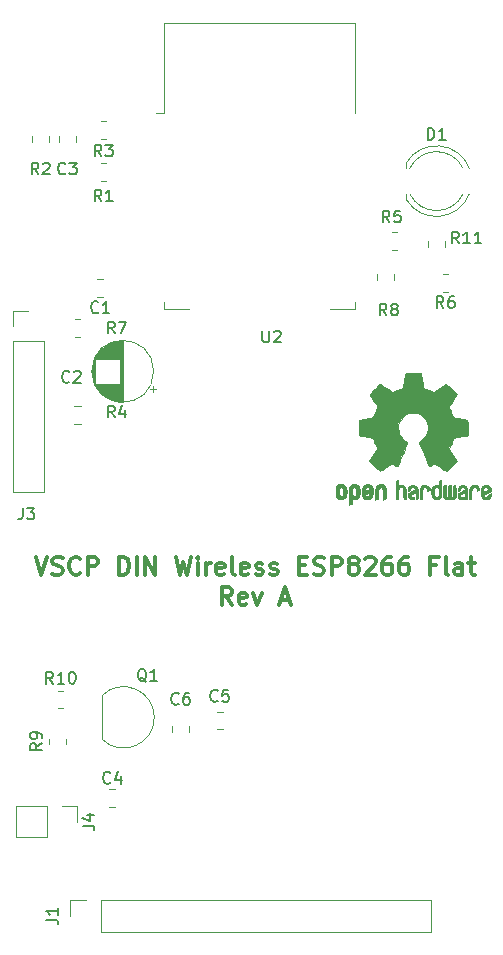
<source format=gbr>
%TF.GenerationSoftware,KiCad,Pcbnew,5.1.9+dfsg1-1*%
%TF.CreationDate,2021-05-25T18:36:33+02:00*%
%TF.ProjectId,vscp-din-wireless-esp8266-flat,76736370-2d64-4696-9e2d-776972656c65,rev?*%
%TF.SameCoordinates,Original*%
%TF.FileFunction,Legend,Top*%
%TF.FilePolarity,Positive*%
%FSLAX46Y46*%
G04 Gerber Fmt 4.6, Leading zero omitted, Abs format (unit mm)*
G04 Created by KiCad (PCBNEW 5.1.9+dfsg1-1) date 2021-05-25 18:36:33*
%MOMM*%
%LPD*%
G01*
G04 APERTURE LIST*
%ADD10C,0.300000*%
%ADD11C,0.120000*%
%ADD12C,0.010000*%
%ADD13C,0.150000*%
G04 APERTURE END LIST*
D10*
X118616357Y-85914571D02*
X119116357Y-87414571D01*
X119616357Y-85914571D01*
X120044928Y-87343142D02*
X120259214Y-87414571D01*
X120616357Y-87414571D01*
X120759214Y-87343142D01*
X120830642Y-87271714D01*
X120902071Y-87128857D01*
X120902071Y-86986000D01*
X120830642Y-86843142D01*
X120759214Y-86771714D01*
X120616357Y-86700285D01*
X120330642Y-86628857D01*
X120187785Y-86557428D01*
X120116357Y-86486000D01*
X120044928Y-86343142D01*
X120044928Y-86200285D01*
X120116357Y-86057428D01*
X120187785Y-85986000D01*
X120330642Y-85914571D01*
X120687785Y-85914571D01*
X120902071Y-85986000D01*
X122402071Y-87271714D02*
X122330642Y-87343142D01*
X122116357Y-87414571D01*
X121973500Y-87414571D01*
X121759214Y-87343142D01*
X121616357Y-87200285D01*
X121544928Y-87057428D01*
X121473500Y-86771714D01*
X121473500Y-86557428D01*
X121544928Y-86271714D01*
X121616357Y-86128857D01*
X121759214Y-85986000D01*
X121973500Y-85914571D01*
X122116357Y-85914571D01*
X122330642Y-85986000D01*
X122402071Y-86057428D01*
X123044928Y-87414571D02*
X123044928Y-85914571D01*
X123616357Y-85914571D01*
X123759214Y-85986000D01*
X123830642Y-86057428D01*
X123902071Y-86200285D01*
X123902071Y-86414571D01*
X123830642Y-86557428D01*
X123759214Y-86628857D01*
X123616357Y-86700285D01*
X123044928Y-86700285D01*
X125687785Y-87414571D02*
X125687785Y-85914571D01*
X126044928Y-85914571D01*
X126259214Y-85986000D01*
X126402071Y-86128857D01*
X126473500Y-86271714D01*
X126544928Y-86557428D01*
X126544928Y-86771714D01*
X126473500Y-87057428D01*
X126402071Y-87200285D01*
X126259214Y-87343142D01*
X126044928Y-87414571D01*
X125687785Y-87414571D01*
X127187785Y-87414571D02*
X127187785Y-85914571D01*
X127902071Y-87414571D02*
X127902071Y-85914571D01*
X128759214Y-87414571D01*
X128759214Y-85914571D01*
X130473500Y-85914571D02*
X130830642Y-87414571D01*
X131116357Y-86343142D01*
X131402071Y-87414571D01*
X131759214Y-85914571D01*
X132330642Y-87414571D02*
X132330642Y-86414571D01*
X132330642Y-85914571D02*
X132259214Y-85986000D01*
X132330642Y-86057428D01*
X132402071Y-85986000D01*
X132330642Y-85914571D01*
X132330642Y-86057428D01*
X133044928Y-87414571D02*
X133044928Y-86414571D01*
X133044928Y-86700285D02*
X133116357Y-86557428D01*
X133187785Y-86486000D01*
X133330642Y-86414571D01*
X133473500Y-86414571D01*
X134544928Y-87343142D02*
X134402071Y-87414571D01*
X134116357Y-87414571D01*
X133973500Y-87343142D01*
X133902071Y-87200285D01*
X133902071Y-86628857D01*
X133973500Y-86486000D01*
X134116357Y-86414571D01*
X134402071Y-86414571D01*
X134544928Y-86486000D01*
X134616357Y-86628857D01*
X134616357Y-86771714D01*
X133902071Y-86914571D01*
X135473500Y-87414571D02*
X135330642Y-87343142D01*
X135259214Y-87200285D01*
X135259214Y-85914571D01*
X136616357Y-87343142D02*
X136473500Y-87414571D01*
X136187785Y-87414571D01*
X136044928Y-87343142D01*
X135973500Y-87200285D01*
X135973500Y-86628857D01*
X136044928Y-86486000D01*
X136187785Y-86414571D01*
X136473500Y-86414571D01*
X136616357Y-86486000D01*
X136687785Y-86628857D01*
X136687785Y-86771714D01*
X135973500Y-86914571D01*
X137259214Y-87343142D02*
X137402071Y-87414571D01*
X137687785Y-87414571D01*
X137830642Y-87343142D01*
X137902071Y-87200285D01*
X137902071Y-87128857D01*
X137830642Y-86986000D01*
X137687785Y-86914571D01*
X137473500Y-86914571D01*
X137330642Y-86843142D01*
X137259214Y-86700285D01*
X137259214Y-86628857D01*
X137330642Y-86486000D01*
X137473500Y-86414571D01*
X137687785Y-86414571D01*
X137830642Y-86486000D01*
X138473500Y-87343142D02*
X138616357Y-87414571D01*
X138902071Y-87414571D01*
X139044928Y-87343142D01*
X139116357Y-87200285D01*
X139116357Y-87128857D01*
X139044928Y-86986000D01*
X138902071Y-86914571D01*
X138687785Y-86914571D01*
X138544928Y-86843142D01*
X138473500Y-86700285D01*
X138473500Y-86628857D01*
X138544928Y-86486000D01*
X138687785Y-86414571D01*
X138902071Y-86414571D01*
X139044928Y-86486000D01*
X140902071Y-86628857D02*
X141402071Y-86628857D01*
X141616357Y-87414571D02*
X140902071Y-87414571D01*
X140902071Y-85914571D01*
X141616357Y-85914571D01*
X142187785Y-87343142D02*
X142402071Y-87414571D01*
X142759214Y-87414571D01*
X142902071Y-87343142D01*
X142973500Y-87271714D01*
X143044928Y-87128857D01*
X143044928Y-86986000D01*
X142973500Y-86843142D01*
X142902071Y-86771714D01*
X142759214Y-86700285D01*
X142473500Y-86628857D01*
X142330642Y-86557428D01*
X142259214Y-86486000D01*
X142187785Y-86343142D01*
X142187785Y-86200285D01*
X142259214Y-86057428D01*
X142330642Y-85986000D01*
X142473500Y-85914571D01*
X142830642Y-85914571D01*
X143044928Y-85986000D01*
X143687785Y-87414571D02*
X143687785Y-85914571D01*
X144259214Y-85914571D01*
X144402071Y-85986000D01*
X144473500Y-86057428D01*
X144544928Y-86200285D01*
X144544928Y-86414571D01*
X144473500Y-86557428D01*
X144402071Y-86628857D01*
X144259214Y-86700285D01*
X143687785Y-86700285D01*
X145402071Y-86557428D02*
X145259214Y-86486000D01*
X145187785Y-86414571D01*
X145116357Y-86271714D01*
X145116357Y-86200285D01*
X145187785Y-86057428D01*
X145259214Y-85986000D01*
X145402071Y-85914571D01*
X145687785Y-85914571D01*
X145830642Y-85986000D01*
X145902071Y-86057428D01*
X145973500Y-86200285D01*
X145973500Y-86271714D01*
X145902071Y-86414571D01*
X145830642Y-86486000D01*
X145687785Y-86557428D01*
X145402071Y-86557428D01*
X145259214Y-86628857D01*
X145187785Y-86700285D01*
X145116357Y-86843142D01*
X145116357Y-87128857D01*
X145187785Y-87271714D01*
X145259214Y-87343142D01*
X145402071Y-87414571D01*
X145687785Y-87414571D01*
X145830642Y-87343142D01*
X145902071Y-87271714D01*
X145973500Y-87128857D01*
X145973500Y-86843142D01*
X145902071Y-86700285D01*
X145830642Y-86628857D01*
X145687785Y-86557428D01*
X146544928Y-86057428D02*
X146616357Y-85986000D01*
X146759214Y-85914571D01*
X147116357Y-85914571D01*
X147259214Y-85986000D01*
X147330642Y-86057428D01*
X147402071Y-86200285D01*
X147402071Y-86343142D01*
X147330642Y-86557428D01*
X146473500Y-87414571D01*
X147402071Y-87414571D01*
X148687785Y-85914571D02*
X148402071Y-85914571D01*
X148259214Y-85986000D01*
X148187785Y-86057428D01*
X148044928Y-86271714D01*
X147973500Y-86557428D01*
X147973500Y-87128857D01*
X148044928Y-87271714D01*
X148116357Y-87343142D01*
X148259214Y-87414571D01*
X148544928Y-87414571D01*
X148687785Y-87343142D01*
X148759214Y-87271714D01*
X148830642Y-87128857D01*
X148830642Y-86771714D01*
X148759214Y-86628857D01*
X148687785Y-86557428D01*
X148544928Y-86486000D01*
X148259214Y-86486000D01*
X148116357Y-86557428D01*
X148044928Y-86628857D01*
X147973500Y-86771714D01*
X150116357Y-85914571D02*
X149830642Y-85914571D01*
X149687785Y-85986000D01*
X149616357Y-86057428D01*
X149473500Y-86271714D01*
X149402071Y-86557428D01*
X149402071Y-87128857D01*
X149473500Y-87271714D01*
X149544928Y-87343142D01*
X149687785Y-87414571D01*
X149973500Y-87414571D01*
X150116357Y-87343142D01*
X150187785Y-87271714D01*
X150259214Y-87128857D01*
X150259214Y-86771714D01*
X150187785Y-86628857D01*
X150116357Y-86557428D01*
X149973500Y-86486000D01*
X149687785Y-86486000D01*
X149544928Y-86557428D01*
X149473500Y-86628857D01*
X149402071Y-86771714D01*
X152544928Y-86628857D02*
X152044928Y-86628857D01*
X152044928Y-87414571D02*
X152044928Y-85914571D01*
X152759214Y-85914571D01*
X153544928Y-87414571D02*
X153402071Y-87343142D01*
X153330642Y-87200285D01*
X153330642Y-85914571D01*
X154759214Y-87414571D02*
X154759214Y-86628857D01*
X154687785Y-86486000D01*
X154544928Y-86414571D01*
X154259214Y-86414571D01*
X154116357Y-86486000D01*
X154759214Y-87343142D02*
X154616357Y-87414571D01*
X154259214Y-87414571D01*
X154116357Y-87343142D01*
X154044928Y-87200285D01*
X154044928Y-87057428D01*
X154116357Y-86914571D01*
X154259214Y-86843142D01*
X154616357Y-86843142D01*
X154759214Y-86771714D01*
X155259214Y-86414571D02*
X155830642Y-86414571D01*
X155473500Y-85914571D02*
X155473500Y-87200285D01*
X155544928Y-87343142D01*
X155687785Y-87414571D01*
X155830642Y-87414571D01*
X135259214Y-89964571D02*
X134759214Y-89250285D01*
X134402071Y-89964571D02*
X134402071Y-88464571D01*
X134973500Y-88464571D01*
X135116357Y-88536000D01*
X135187785Y-88607428D01*
X135259214Y-88750285D01*
X135259214Y-88964571D01*
X135187785Y-89107428D01*
X135116357Y-89178857D01*
X134973500Y-89250285D01*
X134402071Y-89250285D01*
X136473500Y-89893142D02*
X136330642Y-89964571D01*
X136044928Y-89964571D01*
X135902071Y-89893142D01*
X135830642Y-89750285D01*
X135830642Y-89178857D01*
X135902071Y-89036000D01*
X136044928Y-88964571D01*
X136330642Y-88964571D01*
X136473500Y-89036000D01*
X136544928Y-89178857D01*
X136544928Y-89321714D01*
X135830642Y-89464571D01*
X137044928Y-88964571D02*
X137402071Y-89964571D01*
X137759214Y-88964571D01*
X139402071Y-89536000D02*
X140116357Y-89536000D01*
X139259214Y-89964571D02*
X139759214Y-88464571D01*
X140259214Y-89964571D01*
D11*
%TO.C,J1*%
X124117100Y-117636600D02*
X124117100Y-114976600D01*
X124117100Y-117636600D02*
X152117100Y-117636600D01*
X152117100Y-117636600D02*
X152117100Y-114976600D01*
X124117100Y-114976600D02*
X152117100Y-114976600D01*
X121517100Y-114976600D02*
X122847100Y-114976600D01*
X121517100Y-116306600D02*
X121517100Y-114976600D01*
%TO.C,C1*%
X124352952Y-62409400D02*
X123830448Y-62409400D01*
X124352952Y-63879400D02*
X123830448Y-63879400D01*
%TO.C,C4*%
X124859148Y-105602100D02*
X125381652Y-105602100D01*
X124859148Y-107072100D02*
X125381652Y-107072100D01*
D12*
%TO.C,REF\u002A\u002A*%
G36*
X150792914Y-70360898D02*
G01*
X150950906Y-70361763D01*
X151065247Y-70364105D01*
X151143307Y-70368662D01*
X151192454Y-70376170D01*
X151220059Y-70387366D01*
X151233492Y-70402988D01*
X151240121Y-70423773D01*
X151240765Y-70426463D01*
X151250835Y-70475013D01*
X151269475Y-70570805D01*
X151294745Y-70703643D01*
X151324707Y-70863331D01*
X151357422Y-71039674D01*
X151358564Y-71045867D01*
X151391333Y-71218682D01*
X151421993Y-71371369D01*
X151448564Y-71494771D01*
X151469067Y-71579731D01*
X151481526Y-71617090D01*
X151482120Y-71617752D01*
X151518819Y-71635995D01*
X151594486Y-71666397D01*
X151692778Y-71702393D01*
X151693325Y-71702585D01*
X151817133Y-71749122D01*
X151963096Y-71808404D01*
X152100681Y-71868009D01*
X152107193Y-71870956D01*
X152331290Y-71972665D01*
X152827519Y-71633797D01*
X152979746Y-71530492D01*
X153117641Y-71438137D01*
X153233215Y-71361984D01*
X153318479Y-71307285D01*
X153365444Y-71279293D01*
X153369904Y-71277217D01*
X153404034Y-71286460D01*
X153467781Y-71331056D01*
X153563631Y-71413109D01*
X153694069Y-71534721D01*
X153827228Y-71664105D01*
X153955594Y-71791602D01*
X154070481Y-71907946D01*
X154164973Y-72005952D01*
X154232153Y-72078436D01*
X154265106Y-72118213D01*
X154266332Y-72120261D01*
X154269974Y-72147556D01*
X154256250Y-72192134D01*
X154221769Y-72260012D01*
X154163139Y-72357211D01*
X154076970Y-72489751D01*
X153962100Y-72660376D01*
X153860154Y-72810555D01*
X153769023Y-72945250D01*
X153693973Y-73056640D01*
X153640269Y-73136905D01*
X153613180Y-73178225D01*
X153611474Y-73181030D01*
X153614782Y-73220621D01*
X153639853Y-73297569D01*
X153681698Y-73397332D01*
X153696612Y-73429191D01*
X153761686Y-73571126D01*
X153831112Y-73732173D01*
X153887509Y-73871521D01*
X153928147Y-73974944D01*
X153960426Y-74053542D01*
X153979078Y-74094620D01*
X153981397Y-74097785D01*
X154015703Y-74103028D01*
X154096569Y-74117394D01*
X154213243Y-74138837D01*
X154354975Y-74165313D01*
X154511010Y-74194777D01*
X154670598Y-74225183D01*
X154822985Y-74254488D01*
X154957421Y-74280645D01*
X155063152Y-74301610D01*
X155129426Y-74315339D01*
X155145682Y-74319220D01*
X155162473Y-74328800D01*
X155175149Y-74350436D01*
X155184278Y-74391431D01*
X155190431Y-74459089D01*
X155194180Y-74560712D01*
X155196092Y-74703603D01*
X155196740Y-74895065D01*
X155196774Y-74973545D01*
X155196774Y-75611806D01*
X155043498Y-75642060D01*
X154958222Y-75658464D01*
X154830970Y-75682409D01*
X154677215Y-75711007D01*
X154512434Y-75741367D01*
X154466889Y-75749706D01*
X154314832Y-75779270D01*
X154182368Y-75808342D01*
X154080614Y-75834229D01*
X154020688Y-75854237D01*
X154010705Y-75860201D01*
X153986193Y-75902434D01*
X153951048Y-75984270D01*
X153912073Y-76089583D01*
X153904342Y-76112268D01*
X153853260Y-76252918D01*
X153789854Y-76411614D01*
X153727804Y-76554125D01*
X153727498Y-76554786D01*
X153624167Y-76778340D01*
X154303861Y-77778132D01*
X153867521Y-78215200D01*
X153735549Y-78345281D01*
X153615179Y-78459948D01*
X153513173Y-78553081D01*
X153436291Y-78618558D01*
X153391293Y-78650257D01*
X153384838Y-78652268D01*
X153346940Y-78636429D01*
X153269608Y-78592396D01*
X153161289Y-78525390D01*
X153030432Y-78440634D01*
X152888952Y-78345716D01*
X152745361Y-78248898D01*
X152617335Y-78164651D01*
X152513005Y-78098158D01*
X152440500Y-78054602D01*
X152408058Y-78039164D01*
X152368476Y-78052228D01*
X152293419Y-78086650D01*
X152198368Y-78135280D01*
X152188292Y-78140685D01*
X152060291Y-78204880D01*
X151972518Y-78236363D01*
X151917928Y-78236698D01*
X151889475Y-78207448D01*
X151889310Y-78207038D01*
X151875088Y-78172398D01*
X151841169Y-78090169D01*
X151790184Y-77966714D01*
X151724762Y-77808398D01*
X151647534Y-77621586D01*
X151561129Y-77412642D01*
X151477451Y-77210346D01*
X151385488Y-76987100D01*
X151301050Y-76780292D01*
X151226669Y-76596262D01*
X151164874Y-76441351D01*
X151118197Y-76321896D01*
X151089168Y-76244239D01*
X151080222Y-76215256D01*
X151102656Y-76182010D01*
X151161339Y-76129023D01*
X151239589Y-76070604D01*
X151462434Y-75885852D01*
X151636618Y-75674082D01*
X151760054Y-75439756D01*
X151830654Y-75187334D01*
X151846331Y-74921277D01*
X151834936Y-74798475D01*
X151772850Y-74543693D01*
X151665923Y-74318701D01*
X151520789Y-74125717D01*
X151344078Y-73966961D01*
X151142422Y-73844650D01*
X150922454Y-73761005D01*
X150690806Y-73718244D01*
X150454109Y-73718587D01*
X150218995Y-73764252D01*
X149992096Y-73857459D01*
X149780044Y-74000427D01*
X149691536Y-74081283D01*
X149521789Y-74288907D01*
X149403599Y-74515795D01*
X149336178Y-74755333D01*
X149318740Y-75000907D01*
X149350498Y-75245903D01*
X149430665Y-75483708D01*
X149558455Y-75707707D01*
X149733080Y-75911287D01*
X149928212Y-76070604D01*
X150009491Y-76131502D01*
X150066909Y-76183915D01*
X150087578Y-76215306D01*
X150076756Y-76249539D01*
X150045977Y-76331319D01*
X149997774Y-76454307D01*
X149934678Y-76612163D01*
X149859222Y-76798549D01*
X149773938Y-77007126D01*
X149690119Y-77210396D01*
X149597645Y-77433833D01*
X149511989Y-77640884D01*
X149435782Y-77825186D01*
X149371653Y-77980375D01*
X149322232Y-78100088D01*
X149290148Y-78177961D01*
X149278259Y-78207038D01*
X149250174Y-78236577D01*
X149195849Y-78236491D01*
X149108295Y-78205226D01*
X148980519Y-78141229D01*
X148979508Y-78140685D01*
X148883302Y-78091021D01*
X148805531Y-78054845D01*
X148761677Y-78039308D01*
X148759742Y-78039164D01*
X148726729Y-78054924D01*
X148653846Y-78098750D01*
X148549222Y-78165457D01*
X148420990Y-78249864D01*
X148278848Y-78345716D01*
X148134133Y-78442767D01*
X148003704Y-78527170D01*
X147896010Y-78593701D01*
X147819498Y-78637138D01*
X147782962Y-78652268D01*
X147749318Y-78632382D01*
X147681676Y-78576803D01*
X147586793Y-78491654D01*
X147471430Y-78383053D01*
X147342345Y-78257121D01*
X147300129Y-78215049D01*
X146863639Y-77777831D01*
X147195877Y-77290240D01*
X147296846Y-77140505D01*
X147385462Y-77006120D01*
X147456754Y-76894869D01*
X147505750Y-76814539D01*
X147527478Y-76772914D01*
X147528115Y-76769953D01*
X147516660Y-76730718D01*
X147485849Y-76651795D01*
X147441016Y-76546409D01*
X147409547Y-76475854D01*
X147350708Y-76340776D01*
X147295296Y-76204309D01*
X147252336Y-76089003D01*
X147240666Y-76053877D01*
X147207511Y-75960074D01*
X147175101Y-75887594D01*
X147157299Y-75860201D01*
X147118014Y-75843436D01*
X147032274Y-75819670D01*
X146911203Y-75791597D01*
X146765927Y-75761909D01*
X146700912Y-75749706D01*
X146535813Y-75719368D01*
X146377452Y-75689993D01*
X146241304Y-75664469D01*
X146142843Y-75645685D01*
X146124302Y-75642060D01*
X145971027Y-75611806D01*
X145971027Y-74973545D01*
X145971371Y-74763670D01*
X145972784Y-74604880D01*
X145975836Y-74489873D01*
X145981097Y-74411346D01*
X145989137Y-74361996D01*
X146000527Y-74334519D01*
X146015837Y-74321613D01*
X146022118Y-74319220D01*
X146060004Y-74310733D01*
X146143705Y-74293800D01*
X146262467Y-74270466D01*
X146405539Y-74242775D01*
X146562168Y-74212773D01*
X146721603Y-74182504D01*
X146873091Y-74154015D01*
X147005881Y-74129349D01*
X147109219Y-74110551D01*
X147172355Y-74099667D01*
X147186403Y-74097785D01*
X147199130Y-74072604D01*
X147227300Y-74005522D01*
X147265648Y-73909233D01*
X147280291Y-73871521D01*
X147339352Y-73725821D01*
X147408900Y-73564851D01*
X147471188Y-73429191D01*
X147517021Y-73325461D01*
X147547513Y-73240226D01*
X147557692Y-73188026D01*
X147556069Y-73181030D01*
X147534557Y-73148002D01*
X147485435Y-73074543D01*
X147413977Y-72968477D01*
X147325455Y-72837626D01*
X147225141Y-72689812D01*
X147205306Y-72660634D01*
X147088912Y-72487763D01*
X147003352Y-72356126D01*
X146945216Y-72259661D01*
X146911092Y-72192308D01*
X146897569Y-72148006D01*
X146901236Y-72120694D01*
X146901330Y-72120520D01*
X146930193Y-72084646D01*
X146994033Y-72015291D01*
X147085931Y-71919645D01*
X147198967Y-71804899D01*
X147326221Y-71678241D01*
X147340572Y-71664105D01*
X147500943Y-71508803D01*
X147624705Y-71394770D01*
X147714345Y-71319902D01*
X147772348Y-71282096D01*
X147797896Y-71277217D01*
X147835182Y-71298503D01*
X147912557Y-71347673D01*
X148022033Y-71419475D01*
X148155620Y-71508655D01*
X148305330Y-71609963D01*
X148340282Y-71633797D01*
X148836510Y-71972665D01*
X149060607Y-71870956D01*
X149196889Y-71811683D01*
X149343176Y-71752070D01*
X149468935Y-71704540D01*
X149474475Y-71702585D01*
X149572843Y-71666577D01*
X149648671Y-71636129D01*
X149685618Y-71617805D01*
X149685680Y-71617752D01*
X149697404Y-71584629D01*
X149717332Y-71503167D01*
X149743487Y-71382525D01*
X149773890Y-71231859D01*
X149806563Y-71060328D01*
X149809236Y-71045867D01*
X149842010Y-70869135D01*
X149872098Y-70708710D01*
X149897561Y-70574788D01*
X149916459Y-70477563D01*
X149926853Y-70427232D01*
X149927035Y-70426463D01*
X149933361Y-70405053D01*
X149945661Y-70388888D01*
X149971306Y-70377231D01*
X150017665Y-70369345D01*
X150092108Y-70364493D01*
X150202005Y-70361939D01*
X150354725Y-70360945D01*
X150557638Y-70360774D01*
X150583900Y-70360774D01*
X150792914Y-70360898D01*
G37*
X150792914Y-70360898D02*
X150950906Y-70361763D01*
X151065247Y-70364105D01*
X151143307Y-70368662D01*
X151192454Y-70376170D01*
X151220059Y-70387366D01*
X151233492Y-70402988D01*
X151240121Y-70423773D01*
X151240765Y-70426463D01*
X151250835Y-70475013D01*
X151269475Y-70570805D01*
X151294745Y-70703643D01*
X151324707Y-70863331D01*
X151357422Y-71039674D01*
X151358564Y-71045867D01*
X151391333Y-71218682D01*
X151421993Y-71371369D01*
X151448564Y-71494771D01*
X151469067Y-71579731D01*
X151481526Y-71617090D01*
X151482120Y-71617752D01*
X151518819Y-71635995D01*
X151594486Y-71666397D01*
X151692778Y-71702393D01*
X151693325Y-71702585D01*
X151817133Y-71749122D01*
X151963096Y-71808404D01*
X152100681Y-71868009D01*
X152107193Y-71870956D01*
X152331290Y-71972665D01*
X152827519Y-71633797D01*
X152979746Y-71530492D01*
X153117641Y-71438137D01*
X153233215Y-71361984D01*
X153318479Y-71307285D01*
X153365444Y-71279293D01*
X153369904Y-71277217D01*
X153404034Y-71286460D01*
X153467781Y-71331056D01*
X153563631Y-71413109D01*
X153694069Y-71534721D01*
X153827228Y-71664105D01*
X153955594Y-71791602D01*
X154070481Y-71907946D01*
X154164973Y-72005952D01*
X154232153Y-72078436D01*
X154265106Y-72118213D01*
X154266332Y-72120261D01*
X154269974Y-72147556D01*
X154256250Y-72192134D01*
X154221769Y-72260012D01*
X154163139Y-72357211D01*
X154076970Y-72489751D01*
X153962100Y-72660376D01*
X153860154Y-72810555D01*
X153769023Y-72945250D01*
X153693973Y-73056640D01*
X153640269Y-73136905D01*
X153613180Y-73178225D01*
X153611474Y-73181030D01*
X153614782Y-73220621D01*
X153639853Y-73297569D01*
X153681698Y-73397332D01*
X153696612Y-73429191D01*
X153761686Y-73571126D01*
X153831112Y-73732173D01*
X153887509Y-73871521D01*
X153928147Y-73974944D01*
X153960426Y-74053542D01*
X153979078Y-74094620D01*
X153981397Y-74097785D01*
X154015703Y-74103028D01*
X154096569Y-74117394D01*
X154213243Y-74138837D01*
X154354975Y-74165313D01*
X154511010Y-74194777D01*
X154670598Y-74225183D01*
X154822985Y-74254488D01*
X154957421Y-74280645D01*
X155063152Y-74301610D01*
X155129426Y-74315339D01*
X155145682Y-74319220D01*
X155162473Y-74328800D01*
X155175149Y-74350436D01*
X155184278Y-74391431D01*
X155190431Y-74459089D01*
X155194180Y-74560712D01*
X155196092Y-74703603D01*
X155196740Y-74895065D01*
X155196774Y-74973545D01*
X155196774Y-75611806D01*
X155043498Y-75642060D01*
X154958222Y-75658464D01*
X154830970Y-75682409D01*
X154677215Y-75711007D01*
X154512434Y-75741367D01*
X154466889Y-75749706D01*
X154314832Y-75779270D01*
X154182368Y-75808342D01*
X154080614Y-75834229D01*
X154020688Y-75854237D01*
X154010705Y-75860201D01*
X153986193Y-75902434D01*
X153951048Y-75984270D01*
X153912073Y-76089583D01*
X153904342Y-76112268D01*
X153853260Y-76252918D01*
X153789854Y-76411614D01*
X153727804Y-76554125D01*
X153727498Y-76554786D01*
X153624167Y-76778340D01*
X154303861Y-77778132D01*
X153867521Y-78215200D01*
X153735549Y-78345281D01*
X153615179Y-78459948D01*
X153513173Y-78553081D01*
X153436291Y-78618558D01*
X153391293Y-78650257D01*
X153384838Y-78652268D01*
X153346940Y-78636429D01*
X153269608Y-78592396D01*
X153161289Y-78525390D01*
X153030432Y-78440634D01*
X152888952Y-78345716D01*
X152745361Y-78248898D01*
X152617335Y-78164651D01*
X152513005Y-78098158D01*
X152440500Y-78054602D01*
X152408058Y-78039164D01*
X152368476Y-78052228D01*
X152293419Y-78086650D01*
X152198368Y-78135280D01*
X152188292Y-78140685D01*
X152060291Y-78204880D01*
X151972518Y-78236363D01*
X151917928Y-78236698D01*
X151889475Y-78207448D01*
X151889310Y-78207038D01*
X151875088Y-78172398D01*
X151841169Y-78090169D01*
X151790184Y-77966714D01*
X151724762Y-77808398D01*
X151647534Y-77621586D01*
X151561129Y-77412642D01*
X151477451Y-77210346D01*
X151385488Y-76987100D01*
X151301050Y-76780292D01*
X151226669Y-76596262D01*
X151164874Y-76441351D01*
X151118197Y-76321896D01*
X151089168Y-76244239D01*
X151080222Y-76215256D01*
X151102656Y-76182010D01*
X151161339Y-76129023D01*
X151239589Y-76070604D01*
X151462434Y-75885852D01*
X151636618Y-75674082D01*
X151760054Y-75439756D01*
X151830654Y-75187334D01*
X151846331Y-74921277D01*
X151834936Y-74798475D01*
X151772850Y-74543693D01*
X151665923Y-74318701D01*
X151520789Y-74125717D01*
X151344078Y-73966961D01*
X151142422Y-73844650D01*
X150922454Y-73761005D01*
X150690806Y-73718244D01*
X150454109Y-73718587D01*
X150218995Y-73764252D01*
X149992096Y-73857459D01*
X149780044Y-74000427D01*
X149691536Y-74081283D01*
X149521789Y-74288907D01*
X149403599Y-74515795D01*
X149336178Y-74755333D01*
X149318740Y-75000907D01*
X149350498Y-75245903D01*
X149430665Y-75483708D01*
X149558455Y-75707707D01*
X149733080Y-75911287D01*
X149928212Y-76070604D01*
X150009491Y-76131502D01*
X150066909Y-76183915D01*
X150087578Y-76215306D01*
X150076756Y-76249539D01*
X150045977Y-76331319D01*
X149997774Y-76454307D01*
X149934678Y-76612163D01*
X149859222Y-76798549D01*
X149773938Y-77007126D01*
X149690119Y-77210396D01*
X149597645Y-77433833D01*
X149511989Y-77640884D01*
X149435782Y-77825186D01*
X149371653Y-77980375D01*
X149322232Y-78100088D01*
X149290148Y-78177961D01*
X149278259Y-78207038D01*
X149250174Y-78236577D01*
X149195849Y-78236491D01*
X149108295Y-78205226D01*
X148980519Y-78141229D01*
X148979508Y-78140685D01*
X148883302Y-78091021D01*
X148805531Y-78054845D01*
X148761677Y-78039308D01*
X148759742Y-78039164D01*
X148726729Y-78054924D01*
X148653846Y-78098750D01*
X148549222Y-78165457D01*
X148420990Y-78249864D01*
X148278848Y-78345716D01*
X148134133Y-78442767D01*
X148003704Y-78527170D01*
X147896010Y-78593701D01*
X147819498Y-78637138D01*
X147782962Y-78652268D01*
X147749318Y-78632382D01*
X147681676Y-78576803D01*
X147586793Y-78491654D01*
X147471430Y-78383053D01*
X147342345Y-78257121D01*
X147300129Y-78215049D01*
X146863639Y-77777831D01*
X147195877Y-77290240D01*
X147296846Y-77140505D01*
X147385462Y-77006120D01*
X147456754Y-76894869D01*
X147505750Y-76814539D01*
X147527478Y-76772914D01*
X147528115Y-76769953D01*
X147516660Y-76730718D01*
X147485849Y-76651795D01*
X147441016Y-76546409D01*
X147409547Y-76475854D01*
X147350708Y-76340776D01*
X147295296Y-76204309D01*
X147252336Y-76089003D01*
X147240666Y-76053877D01*
X147207511Y-75960074D01*
X147175101Y-75887594D01*
X147157299Y-75860201D01*
X147118014Y-75843436D01*
X147032274Y-75819670D01*
X146911203Y-75791597D01*
X146765927Y-75761909D01*
X146700912Y-75749706D01*
X146535813Y-75719368D01*
X146377452Y-75689993D01*
X146241304Y-75664469D01*
X146142843Y-75645685D01*
X146124302Y-75642060D01*
X145971027Y-75611806D01*
X145971027Y-74973545D01*
X145971371Y-74763670D01*
X145972784Y-74604880D01*
X145975836Y-74489873D01*
X145981097Y-74411346D01*
X145989137Y-74361996D01*
X146000527Y-74334519D01*
X146015837Y-74321613D01*
X146022118Y-74319220D01*
X146060004Y-74310733D01*
X146143705Y-74293800D01*
X146262467Y-74270466D01*
X146405539Y-74242775D01*
X146562168Y-74212773D01*
X146721603Y-74182504D01*
X146873091Y-74154015D01*
X147005881Y-74129349D01*
X147109219Y-74110551D01*
X147172355Y-74099667D01*
X147186403Y-74097785D01*
X147199130Y-74072604D01*
X147227300Y-74005522D01*
X147265648Y-73909233D01*
X147280291Y-73871521D01*
X147339352Y-73725821D01*
X147408900Y-73564851D01*
X147471188Y-73429191D01*
X147517021Y-73325461D01*
X147547513Y-73240226D01*
X147557692Y-73188026D01*
X147556069Y-73181030D01*
X147534557Y-73148002D01*
X147485435Y-73074543D01*
X147413977Y-72968477D01*
X147325455Y-72837626D01*
X147225141Y-72689812D01*
X147205306Y-72660634D01*
X147088912Y-72487763D01*
X147003352Y-72356126D01*
X146945216Y-72259661D01*
X146911092Y-72192308D01*
X146897569Y-72148006D01*
X146901236Y-72120694D01*
X146901330Y-72120520D01*
X146930193Y-72084646D01*
X146994033Y-72015291D01*
X147085931Y-71919645D01*
X147198967Y-71804899D01*
X147326221Y-71678241D01*
X147340572Y-71664105D01*
X147500943Y-71508803D01*
X147624705Y-71394770D01*
X147714345Y-71319902D01*
X147772348Y-71282096D01*
X147797896Y-71277217D01*
X147835182Y-71298503D01*
X147912557Y-71347673D01*
X148022033Y-71419475D01*
X148155620Y-71508655D01*
X148305330Y-71609963D01*
X148340282Y-71633797D01*
X148836510Y-71972665D01*
X149060607Y-71870956D01*
X149196889Y-71811683D01*
X149343176Y-71752070D01*
X149468935Y-71704540D01*
X149474475Y-71702585D01*
X149572843Y-71666577D01*
X149648671Y-71636129D01*
X149685618Y-71617805D01*
X149685680Y-71617752D01*
X149697404Y-71584629D01*
X149717332Y-71503167D01*
X149743487Y-71382525D01*
X149773890Y-71231859D01*
X149806563Y-71060328D01*
X149809236Y-71045867D01*
X149842010Y-70869135D01*
X149872098Y-70708710D01*
X149897561Y-70574788D01*
X149916459Y-70477563D01*
X149926853Y-70427232D01*
X149927035Y-70426463D01*
X149933361Y-70405053D01*
X149945661Y-70388888D01*
X149971306Y-70377231D01*
X150017665Y-70369345D01*
X150092108Y-70364493D01*
X150202005Y-70361939D01*
X150354725Y-70360945D01*
X150557638Y-70360774D01*
X150583900Y-70360774D01*
X150792914Y-70360898D01*
G36*
X156927339Y-79864440D02*
G01*
X157042850Y-79939934D01*
X157098564Y-80007517D01*
X157142704Y-80130155D01*
X157146209Y-80227198D01*
X157138268Y-80356956D01*
X156839015Y-80487939D01*
X156693511Y-80554858D01*
X156598437Y-80608690D01*
X156549001Y-80655316D01*
X156540411Y-80700620D01*
X156567872Y-80750482D01*
X156598153Y-80783532D01*
X156686263Y-80836533D01*
X156782096Y-80840247D01*
X156870112Y-80798941D01*
X156934769Y-80716883D01*
X156946333Y-80687908D01*
X157001725Y-80597409D01*
X157065453Y-80558840D01*
X157152866Y-80525846D01*
X157152866Y-80650934D01*
X157145138Y-80736056D01*
X157114866Y-80807838D01*
X157051418Y-80890256D01*
X157041988Y-80900966D01*
X156971413Y-80974291D01*
X156910747Y-81013642D01*
X156834850Y-81031745D01*
X156771930Y-81037674D01*
X156659387Y-81039151D01*
X156579270Y-81020435D01*
X156529290Y-80992647D01*
X156450738Y-80931541D01*
X156396363Y-80865454D01*
X156361952Y-80782341D01*
X156343288Y-80670154D01*
X156336156Y-80516846D01*
X156335587Y-80439036D01*
X156337522Y-80345753D01*
X156513799Y-80345753D01*
X156515844Y-80395796D01*
X156520939Y-80403992D01*
X156554566Y-80392858D01*
X156626930Y-80363393D01*
X156723647Y-80321501D01*
X156743873Y-80312497D01*
X156866103Y-80250342D01*
X156933447Y-80195715D01*
X156948248Y-80144549D01*
X156912847Y-80092776D01*
X156883611Y-80069900D01*
X156778116Y-80024150D01*
X156679376Y-80031708D01*
X156596712Y-80087551D01*
X156539448Y-80186653D01*
X156521088Y-80265314D01*
X156513799Y-80345753D01*
X156337522Y-80345753D01*
X156339359Y-80257251D01*
X156353259Y-80122753D01*
X156380794Y-80024816D01*
X156425472Y-79952711D01*
X156490801Y-79895713D01*
X156519283Y-79877293D01*
X156648663Y-79829322D01*
X156790312Y-79826303D01*
X156927339Y-79864440D01*
G37*
X156927339Y-79864440D02*
X157042850Y-79939934D01*
X157098564Y-80007517D01*
X157142704Y-80130155D01*
X157146209Y-80227198D01*
X157138268Y-80356956D01*
X156839015Y-80487939D01*
X156693511Y-80554858D01*
X156598437Y-80608690D01*
X156549001Y-80655316D01*
X156540411Y-80700620D01*
X156567872Y-80750482D01*
X156598153Y-80783532D01*
X156686263Y-80836533D01*
X156782096Y-80840247D01*
X156870112Y-80798941D01*
X156934769Y-80716883D01*
X156946333Y-80687908D01*
X157001725Y-80597409D01*
X157065453Y-80558840D01*
X157152866Y-80525846D01*
X157152866Y-80650934D01*
X157145138Y-80736056D01*
X157114866Y-80807838D01*
X157051418Y-80890256D01*
X157041988Y-80900966D01*
X156971413Y-80974291D01*
X156910747Y-81013642D01*
X156834850Y-81031745D01*
X156771930Y-81037674D01*
X156659387Y-81039151D01*
X156579270Y-81020435D01*
X156529290Y-80992647D01*
X156450738Y-80931541D01*
X156396363Y-80865454D01*
X156361952Y-80782341D01*
X156343288Y-80670154D01*
X156336156Y-80516846D01*
X156335587Y-80439036D01*
X156337522Y-80345753D01*
X156513799Y-80345753D01*
X156515844Y-80395796D01*
X156520939Y-80403992D01*
X156554566Y-80392858D01*
X156626930Y-80363393D01*
X156723647Y-80321501D01*
X156743873Y-80312497D01*
X156866103Y-80250342D01*
X156933447Y-80195715D01*
X156948248Y-80144549D01*
X156912847Y-80092776D01*
X156883611Y-80069900D01*
X156778116Y-80024150D01*
X156679376Y-80031708D01*
X156596712Y-80087551D01*
X156539448Y-80186653D01*
X156521088Y-80265314D01*
X156513799Y-80345753D01*
X156337522Y-80345753D01*
X156339359Y-80257251D01*
X156353259Y-80122753D01*
X156380794Y-80024816D01*
X156425472Y-79952711D01*
X156490801Y-79895713D01*
X156519283Y-79877293D01*
X156648663Y-79829322D01*
X156790312Y-79826303D01*
X156927339Y-79864440D01*
G36*
X155919590Y-79847918D02*
G01*
X155954485Y-79863169D01*
X156037777Y-79929135D01*
X156109003Y-80024518D01*
X156153053Y-80126306D01*
X156160222Y-80176487D01*
X156136185Y-80246547D01*
X156083461Y-80283617D01*
X156026931Y-80306064D01*
X156001046Y-80310200D01*
X155988442Y-80280183D01*
X155963554Y-80214861D01*
X155952635Y-80185345D01*
X155891408Y-80083248D01*
X155802761Y-80032323D01*
X155689093Y-80033889D01*
X155680674Y-80035894D01*
X155619988Y-80064667D01*
X155575374Y-80120759D01*
X155544902Y-80211063D01*
X155526644Y-80342471D01*
X155518671Y-80521874D01*
X155517923Y-80617333D01*
X155517552Y-80767813D01*
X155515123Y-80870395D01*
X155508660Y-80935572D01*
X155496188Y-80973838D01*
X155475733Y-80995685D01*
X155445319Y-81011607D01*
X155443561Y-81012409D01*
X155384991Y-81037172D01*
X155355975Y-81046291D01*
X155351516Y-81018722D01*
X155347699Y-80942520D01*
X155344799Y-80827441D01*
X155343091Y-80683241D01*
X155342751Y-80577714D01*
X155344488Y-80373513D01*
X155351282Y-80218597D01*
X155365507Y-80103924D01*
X155389538Y-80020451D01*
X155425748Y-79959136D01*
X155476512Y-79910934D01*
X155526639Y-79877293D01*
X155647175Y-79832519D01*
X155787457Y-79822421D01*
X155919590Y-79847918D01*
G37*
X155919590Y-79847918D02*
X155954485Y-79863169D01*
X156037777Y-79929135D01*
X156109003Y-80024518D01*
X156153053Y-80126306D01*
X156160222Y-80176487D01*
X156136185Y-80246547D01*
X156083461Y-80283617D01*
X156026931Y-80306064D01*
X156001046Y-80310200D01*
X155988442Y-80280183D01*
X155963554Y-80214861D01*
X155952635Y-80185345D01*
X155891408Y-80083248D01*
X155802761Y-80032323D01*
X155689093Y-80033889D01*
X155680674Y-80035894D01*
X155619988Y-80064667D01*
X155575374Y-80120759D01*
X155544902Y-80211063D01*
X155526644Y-80342471D01*
X155518671Y-80521874D01*
X155517923Y-80617333D01*
X155517552Y-80767813D01*
X155515123Y-80870395D01*
X155508660Y-80935572D01*
X155496188Y-80973838D01*
X155475733Y-80995685D01*
X155445319Y-81011607D01*
X155443561Y-81012409D01*
X155384991Y-81037172D01*
X155355975Y-81046291D01*
X155351516Y-81018722D01*
X155347699Y-80942520D01*
X155344799Y-80827441D01*
X155343091Y-80683241D01*
X155342751Y-80577714D01*
X155344488Y-80373513D01*
X155351282Y-80218597D01*
X155365507Y-80103924D01*
X155389538Y-80020451D01*
X155425748Y-79959136D01*
X155476512Y-79910934D01*
X155526639Y-79877293D01*
X155647175Y-79832519D01*
X155787457Y-79822421D01*
X155919590Y-79847918D01*
G36*
X154898306Y-79843056D02*
G01*
X154982369Y-79881293D01*
X155048350Y-79927626D01*
X155096694Y-79979432D01*
X155130072Y-80046263D01*
X155151153Y-80137669D01*
X155162607Y-80263201D01*
X155167103Y-80432408D01*
X155167578Y-80543833D01*
X155167578Y-80978527D01*
X155093216Y-81012409D01*
X155034646Y-81037172D01*
X155005630Y-81046291D01*
X155000079Y-81019157D01*
X154995675Y-80945994D01*
X154992978Y-80839163D01*
X154992406Y-80754337D01*
X154989946Y-80631787D01*
X154983312Y-80534568D01*
X154973626Y-80475034D01*
X154965932Y-80462383D01*
X154914211Y-80475302D01*
X154833017Y-80508439D01*
X154739002Y-80553361D01*
X154648817Y-80601635D01*
X154579115Y-80644828D01*
X154546548Y-80674508D01*
X154546419Y-80674829D01*
X154549220Y-80729757D01*
X154574339Y-80782192D01*
X154618441Y-80824781D01*
X154682809Y-80839026D01*
X154737821Y-80837366D01*
X154815735Y-80836145D01*
X154856632Y-80854398D01*
X154881195Y-80902626D01*
X154884292Y-80911720D01*
X154894940Y-80980498D01*
X154866465Y-81022260D01*
X154792244Y-81042163D01*
X154712068Y-81045844D01*
X154567790Y-81018558D01*
X154493103Y-80979590D01*
X154400863Y-80888048D01*
X154351943Y-80775682D01*
X154347554Y-80656951D01*
X154388901Y-80546311D01*
X154451097Y-80476980D01*
X154513194Y-80438165D01*
X154610795Y-80389025D01*
X154724532Y-80339192D01*
X154743490Y-80331577D01*
X154868421Y-80276445D01*
X154940439Y-80227854D01*
X154963600Y-80179547D01*
X154941964Y-80125270D01*
X154904820Y-80082843D01*
X154817027Y-80030602D01*
X154720430Y-80026684D01*
X154631844Y-80066941D01*
X154568086Y-80147226D01*
X154559717Y-80167940D01*
X154510996Y-80244125D01*
X154439865Y-80300685D01*
X154350107Y-80347101D01*
X154350107Y-80215484D01*
X154355390Y-80135068D01*
X154378042Y-80071686D01*
X154428267Y-80004063D01*
X154476482Y-79951976D01*
X154551454Y-79878222D01*
X154609706Y-79838602D01*
X154672272Y-79822710D01*
X154743093Y-79820084D01*
X154898306Y-79843056D01*
G37*
X154898306Y-79843056D02*
X154982369Y-79881293D01*
X155048350Y-79927626D01*
X155096694Y-79979432D01*
X155130072Y-80046263D01*
X155151153Y-80137669D01*
X155162607Y-80263201D01*
X155167103Y-80432408D01*
X155167578Y-80543833D01*
X155167578Y-80978527D01*
X155093216Y-81012409D01*
X155034646Y-81037172D01*
X155005630Y-81046291D01*
X155000079Y-81019157D01*
X154995675Y-80945994D01*
X154992978Y-80839163D01*
X154992406Y-80754337D01*
X154989946Y-80631787D01*
X154983312Y-80534568D01*
X154973626Y-80475034D01*
X154965932Y-80462383D01*
X154914211Y-80475302D01*
X154833017Y-80508439D01*
X154739002Y-80553361D01*
X154648817Y-80601635D01*
X154579115Y-80644828D01*
X154546548Y-80674508D01*
X154546419Y-80674829D01*
X154549220Y-80729757D01*
X154574339Y-80782192D01*
X154618441Y-80824781D01*
X154682809Y-80839026D01*
X154737821Y-80837366D01*
X154815735Y-80836145D01*
X154856632Y-80854398D01*
X154881195Y-80902626D01*
X154884292Y-80911720D01*
X154894940Y-80980498D01*
X154866465Y-81022260D01*
X154792244Y-81042163D01*
X154712068Y-81045844D01*
X154567790Y-81018558D01*
X154493103Y-80979590D01*
X154400863Y-80888048D01*
X154351943Y-80775682D01*
X154347554Y-80656951D01*
X154388901Y-80546311D01*
X154451097Y-80476980D01*
X154513194Y-80438165D01*
X154610795Y-80389025D01*
X154724532Y-80339192D01*
X154743490Y-80331577D01*
X154868421Y-80276445D01*
X154940439Y-80227854D01*
X154963600Y-80179547D01*
X154941964Y-80125270D01*
X154904820Y-80082843D01*
X154817027Y-80030602D01*
X154720430Y-80026684D01*
X154631844Y-80066941D01*
X154568086Y-80147226D01*
X154559717Y-80167940D01*
X154510996Y-80244125D01*
X154439865Y-80300685D01*
X154350107Y-80347101D01*
X154350107Y-80215484D01*
X154355390Y-80135068D01*
X154378042Y-80071686D01*
X154428267Y-80004063D01*
X154476482Y-79951976D01*
X154551454Y-79878222D01*
X154609706Y-79838602D01*
X154672272Y-79822710D01*
X154743093Y-79820084D01*
X154898306Y-79843056D01*
G36*
X154164024Y-79847740D02*
G01*
X154168479Y-79924553D01*
X154171971Y-80041291D01*
X154174215Y-80188721D01*
X154174935Y-80343355D01*
X154174935Y-80866627D01*
X154082545Y-80959017D01*
X154018878Y-81015947D01*
X153962989Y-81039007D01*
X153886602Y-81037547D01*
X153856280Y-81033834D01*
X153761510Y-81023026D01*
X153683122Y-81016833D01*
X153664015Y-81016261D01*
X153599599Y-81020002D01*
X153507471Y-81029394D01*
X153471750Y-81033834D01*
X153384014Y-81040701D01*
X153325053Y-81025785D01*
X153266590Y-80979735D01*
X153245485Y-80959017D01*
X153153095Y-80866627D01*
X153153095Y-79887847D01*
X153227458Y-79853966D01*
X153291490Y-79828870D01*
X153328952Y-79820084D01*
X153338557Y-79847850D01*
X153347535Y-79925430D01*
X153355286Y-80044248D01*
X153361214Y-80195728D01*
X153364073Y-80323705D01*
X153372061Y-80827325D01*
X153441748Y-80837178D01*
X153505129Y-80830289D01*
X153536186Y-80807983D01*
X153544867Y-80766279D01*
X153552278Y-80677444D01*
X153557831Y-80552734D01*
X153560936Y-80403407D01*
X153561384Y-80326561D01*
X153561831Y-79884187D01*
X153653774Y-79852135D01*
X153718849Y-79830343D01*
X153754247Y-79820181D01*
X153755268Y-79820084D01*
X153758820Y-79847709D01*
X153762723Y-79924311D01*
X153766651Y-80040479D01*
X153770276Y-80186804D01*
X153772808Y-80323705D01*
X153780797Y-80827325D01*
X153955969Y-80827325D01*
X153964007Y-80367865D01*
X153972046Y-79908405D01*
X154057443Y-79864244D01*
X154120493Y-79833919D01*
X154157810Y-79820158D01*
X154158887Y-79820084D01*
X154164024Y-79847740D01*
G37*
X154164024Y-79847740D02*
X154168479Y-79924553D01*
X154171971Y-80041291D01*
X154174215Y-80188721D01*
X154174935Y-80343355D01*
X154174935Y-80866627D01*
X154082545Y-80959017D01*
X154018878Y-81015947D01*
X153962989Y-81039007D01*
X153886602Y-81037547D01*
X153856280Y-81033834D01*
X153761510Y-81023026D01*
X153683122Y-81016833D01*
X153664015Y-81016261D01*
X153599599Y-81020002D01*
X153507471Y-81029394D01*
X153471750Y-81033834D01*
X153384014Y-81040701D01*
X153325053Y-81025785D01*
X153266590Y-80979735D01*
X153245485Y-80959017D01*
X153153095Y-80866627D01*
X153153095Y-79887847D01*
X153227458Y-79853966D01*
X153291490Y-79828870D01*
X153328952Y-79820084D01*
X153338557Y-79847850D01*
X153347535Y-79925430D01*
X153355286Y-80044248D01*
X153361214Y-80195728D01*
X153364073Y-80323705D01*
X153372061Y-80827325D01*
X153441748Y-80837178D01*
X153505129Y-80830289D01*
X153536186Y-80807983D01*
X153544867Y-80766279D01*
X153552278Y-80677444D01*
X153557831Y-80552734D01*
X153560936Y-80403407D01*
X153561384Y-80326561D01*
X153561831Y-79884187D01*
X153653774Y-79852135D01*
X153718849Y-79830343D01*
X153754247Y-79820181D01*
X153755268Y-79820084D01*
X153758820Y-79847709D01*
X153762723Y-79924311D01*
X153766651Y-80040479D01*
X153770276Y-80186804D01*
X153772808Y-80323705D01*
X153780797Y-80827325D01*
X153955969Y-80827325D01*
X153964007Y-80367865D01*
X153972046Y-79908405D01*
X154057443Y-79864244D01*
X154120493Y-79833919D01*
X154157810Y-79820158D01*
X154158887Y-79820084D01*
X154164024Y-79847740D01*
G36*
X152977814Y-80062355D02*
G01*
X152977443Y-80280561D01*
X152976008Y-80448419D01*
X152972902Y-80573970D01*
X152967522Y-80665255D01*
X152959262Y-80730315D01*
X152947516Y-80777191D01*
X152931681Y-80813924D01*
X152919690Y-80834891D01*
X152820390Y-80948594D01*
X152694488Y-81019865D01*
X152555191Y-81045438D01*
X152415705Y-81022050D01*
X152332643Y-80980019D01*
X152245445Y-80907311D01*
X152186017Y-80818512D01*
X152150161Y-80702220D01*
X152133681Y-80547035D01*
X152131347Y-80433187D01*
X152131661Y-80425006D01*
X152335624Y-80425006D01*
X152336870Y-80555557D01*
X152342578Y-80641980D01*
X152355704Y-80698518D01*
X152379206Y-80739414D01*
X152407286Y-80770262D01*
X152501588Y-80829805D01*
X152602840Y-80834892D01*
X152698536Y-80785179D01*
X152705984Y-80778443D01*
X152737774Y-80743402D01*
X152757708Y-80701711D01*
X152768500Y-80639662D01*
X152772865Y-80543544D01*
X152773555Y-80437279D01*
X152772059Y-80303780D01*
X152765864Y-80214722D01*
X152752414Y-80156193D01*
X152729151Y-80114282D01*
X152710075Y-80092023D01*
X152621463Y-80035885D01*
X152519408Y-80029135D01*
X152421995Y-80072014D01*
X152403196Y-80087932D01*
X152371193Y-80123282D01*
X152351218Y-80165402D01*
X152340493Y-80228151D01*
X152336239Y-80325387D01*
X152335624Y-80425006D01*
X152131661Y-80425006D01*
X152138404Y-80249847D01*
X152162372Y-80112095D01*
X152207448Y-80008532D01*
X152277828Y-79927756D01*
X152332643Y-79886355D01*
X152432276Y-79841628D01*
X152547755Y-79820867D01*
X152655099Y-79826425D01*
X152715164Y-79848843D01*
X152738735Y-79855223D01*
X152754377Y-79831435D01*
X152765295Y-79767688D01*
X152773555Y-79670587D01*
X152782599Y-79562441D01*
X152795161Y-79497375D01*
X152818019Y-79460168D01*
X152857951Y-79435599D01*
X152883038Y-79424719D01*
X152977923Y-79384972D01*
X152977814Y-80062355D01*
G37*
X152977814Y-80062355D02*
X152977443Y-80280561D01*
X152976008Y-80448419D01*
X152972902Y-80573970D01*
X152967522Y-80665255D01*
X152959262Y-80730315D01*
X152947516Y-80777191D01*
X152931681Y-80813924D01*
X152919690Y-80834891D01*
X152820390Y-80948594D01*
X152694488Y-81019865D01*
X152555191Y-81045438D01*
X152415705Y-81022050D01*
X152332643Y-80980019D01*
X152245445Y-80907311D01*
X152186017Y-80818512D01*
X152150161Y-80702220D01*
X152133681Y-80547035D01*
X152131347Y-80433187D01*
X152131661Y-80425006D01*
X152335624Y-80425006D01*
X152336870Y-80555557D01*
X152342578Y-80641980D01*
X152355704Y-80698518D01*
X152379206Y-80739414D01*
X152407286Y-80770262D01*
X152501588Y-80829805D01*
X152602840Y-80834892D01*
X152698536Y-80785179D01*
X152705984Y-80778443D01*
X152737774Y-80743402D01*
X152757708Y-80701711D01*
X152768500Y-80639662D01*
X152772865Y-80543544D01*
X152773555Y-80437279D01*
X152772059Y-80303780D01*
X152765864Y-80214722D01*
X152752414Y-80156193D01*
X152729151Y-80114282D01*
X152710075Y-80092023D01*
X152621463Y-80035885D01*
X152519408Y-80029135D01*
X152421995Y-80072014D01*
X152403196Y-80087932D01*
X152371193Y-80123282D01*
X152351218Y-80165402D01*
X152340493Y-80228151D01*
X152336239Y-80325387D01*
X152335624Y-80425006D01*
X152131661Y-80425006D01*
X152138404Y-80249847D01*
X152162372Y-80112095D01*
X152207448Y-80008532D01*
X152277828Y-79927756D01*
X152332643Y-79886355D01*
X152432276Y-79841628D01*
X152547755Y-79820867D01*
X152655099Y-79826425D01*
X152715164Y-79848843D01*
X152738735Y-79855223D01*
X152754377Y-79831435D01*
X152765295Y-79767688D01*
X152773555Y-79670587D01*
X152782599Y-79562441D01*
X152795161Y-79497375D01*
X152818019Y-79460168D01*
X152857951Y-79435599D01*
X152883038Y-79424719D01*
X152977923Y-79384972D01*
X152977814Y-80062355D01*
G36*
X151649843Y-79829820D02*
G01*
X151782465Y-79878759D01*
X151889910Y-79965319D01*
X151931932Y-80026252D01*
X151977743Y-80138061D01*
X151976791Y-80218906D01*
X151928708Y-80273278D01*
X151910917Y-80282524D01*
X151834104Y-80311350D01*
X151794876Y-80303965D01*
X151781589Y-80255558D01*
X151780912Y-80228820D01*
X151756586Y-80130448D01*
X151693181Y-80061634D01*
X151605054Y-80028398D01*
X151506563Y-80036761D01*
X151426502Y-80080196D01*
X151399461Y-80104972D01*
X151380294Y-80135029D01*
X151367346Y-80180465D01*
X151358964Y-80251376D01*
X151353493Y-80357860D01*
X151349278Y-80510012D01*
X151348187Y-80558187D01*
X151344207Y-80722995D01*
X151339681Y-80838988D01*
X151332895Y-80915733D01*
X151322131Y-80962793D01*
X151305673Y-80989735D01*
X151281806Y-81006123D01*
X151266526Y-81013363D01*
X151201633Y-81038120D01*
X151163434Y-81046291D01*
X151150812Y-81019003D01*
X151143108Y-80936503D01*
X151140280Y-80797841D01*
X151142286Y-80602062D01*
X151142911Y-80571865D01*
X151147321Y-80393249D01*
X151152535Y-80262823D01*
X151159955Y-80170392D01*
X151170982Y-80105758D01*
X151187017Y-80058725D01*
X151209461Y-80019096D01*
X151221202Y-80002115D01*
X151288519Y-79926980D01*
X151363810Y-79868538D01*
X151373028Y-79863436D01*
X151508033Y-79823160D01*
X151649843Y-79829820D01*
G37*
X151649843Y-79829820D02*
X151782465Y-79878759D01*
X151889910Y-79965319D01*
X151931932Y-80026252D01*
X151977743Y-80138061D01*
X151976791Y-80218906D01*
X151928708Y-80273278D01*
X151910917Y-80282524D01*
X151834104Y-80311350D01*
X151794876Y-80303965D01*
X151781589Y-80255558D01*
X151780912Y-80228820D01*
X151756586Y-80130448D01*
X151693181Y-80061634D01*
X151605054Y-80028398D01*
X151506563Y-80036761D01*
X151426502Y-80080196D01*
X151399461Y-80104972D01*
X151380294Y-80135029D01*
X151367346Y-80180465D01*
X151358964Y-80251376D01*
X151353493Y-80357860D01*
X151349278Y-80510012D01*
X151348187Y-80558187D01*
X151344207Y-80722995D01*
X151339681Y-80838988D01*
X151332895Y-80915733D01*
X151322131Y-80962793D01*
X151305673Y-80989735D01*
X151281806Y-81006123D01*
X151266526Y-81013363D01*
X151201633Y-81038120D01*
X151163434Y-81046291D01*
X151150812Y-81019003D01*
X151143108Y-80936503D01*
X151140280Y-80797841D01*
X151142286Y-80602062D01*
X151142911Y-80571865D01*
X151147321Y-80393249D01*
X151152535Y-80262823D01*
X151159955Y-80170392D01*
X151170982Y-80105758D01*
X151187017Y-80058725D01*
X151209461Y-80019096D01*
X151221202Y-80002115D01*
X151288519Y-79926980D01*
X151363810Y-79868538D01*
X151373028Y-79863436D01*
X151508033Y-79823160D01*
X151649843Y-79829820D01*
G36*
X150663844Y-79832260D02*
G01*
X150778243Y-79874742D01*
X150779552Y-79875558D01*
X150850303Y-79927630D01*
X150902536Y-79988484D01*
X150939271Y-80067787D01*
X150963534Y-80175209D01*
X150978345Y-80320417D01*
X150986729Y-80513079D01*
X150987464Y-80540528D01*
X150998020Y-80954421D01*
X150909191Y-81000356D01*
X150844918Y-81031398D01*
X150806110Y-81046106D01*
X150804315Y-81046291D01*
X150797600Y-81019150D01*
X150792265Y-80945941D01*
X150788983Y-80838981D01*
X150788268Y-80752369D01*
X150788251Y-80612062D01*
X150781837Y-80523951D01*
X150759480Y-80481925D01*
X150711632Y-80479875D01*
X150628749Y-80511690D01*
X150503613Y-80570172D01*
X150411597Y-80618745D01*
X150364271Y-80660886D01*
X150350358Y-80706816D01*
X150350337Y-80709089D01*
X150373295Y-80788211D01*
X150441270Y-80830955D01*
X150545298Y-80837146D01*
X150620230Y-80836072D01*
X150659739Y-80857653D01*
X150684378Y-80909491D01*
X150698559Y-80975532D01*
X150678123Y-81013004D01*
X150670428Y-81018367D01*
X150597983Y-81039906D01*
X150496533Y-81042955D01*
X150392057Y-81028678D01*
X150318025Y-81002588D01*
X150215672Y-80915685D01*
X150157491Y-80794716D01*
X150145969Y-80700208D01*
X150154762Y-80614962D01*
X150186580Y-80545376D01*
X150249584Y-80483572D01*
X150351931Y-80421672D01*
X150501782Y-80351797D01*
X150510912Y-80347848D01*
X150645897Y-80285488D01*
X150729194Y-80234346D01*
X150764897Y-80188388D01*
X150757103Y-80141583D01*
X150709907Y-80087898D01*
X150695794Y-80075544D01*
X150601259Y-80027641D01*
X150503306Y-80029658D01*
X150417997Y-80076624D01*
X150361396Y-80163569D01*
X150356137Y-80180634D01*
X150304923Y-80263404D01*
X150239937Y-80303272D01*
X150145969Y-80342782D01*
X150145969Y-80240558D01*
X150174553Y-80091972D01*
X150259395Y-79955684D01*
X150303545Y-79910091D01*
X150403905Y-79851574D01*
X150531535Y-79825084D01*
X150663844Y-79832260D01*
G37*
X150663844Y-79832260D02*
X150778243Y-79874742D01*
X150779552Y-79875558D01*
X150850303Y-79927630D01*
X150902536Y-79988484D01*
X150939271Y-80067787D01*
X150963534Y-80175209D01*
X150978345Y-80320417D01*
X150986729Y-80513079D01*
X150987464Y-80540528D01*
X150998020Y-80954421D01*
X150909191Y-81000356D01*
X150844918Y-81031398D01*
X150806110Y-81046106D01*
X150804315Y-81046291D01*
X150797600Y-81019150D01*
X150792265Y-80945941D01*
X150788983Y-80838981D01*
X150788268Y-80752369D01*
X150788251Y-80612062D01*
X150781837Y-80523951D01*
X150759480Y-80481925D01*
X150711632Y-80479875D01*
X150628749Y-80511690D01*
X150503613Y-80570172D01*
X150411597Y-80618745D01*
X150364271Y-80660886D01*
X150350358Y-80706816D01*
X150350337Y-80709089D01*
X150373295Y-80788211D01*
X150441270Y-80830955D01*
X150545298Y-80837146D01*
X150620230Y-80836072D01*
X150659739Y-80857653D01*
X150684378Y-80909491D01*
X150698559Y-80975532D01*
X150678123Y-81013004D01*
X150670428Y-81018367D01*
X150597983Y-81039906D01*
X150496533Y-81042955D01*
X150392057Y-81028678D01*
X150318025Y-81002588D01*
X150215672Y-80915685D01*
X150157491Y-80794716D01*
X150145969Y-80700208D01*
X150154762Y-80614962D01*
X150186580Y-80545376D01*
X150249584Y-80483572D01*
X150351931Y-80421672D01*
X150501782Y-80351797D01*
X150510912Y-80347848D01*
X150645897Y-80285488D01*
X150729194Y-80234346D01*
X150764897Y-80188388D01*
X150757103Y-80141583D01*
X150709907Y-80087898D01*
X150695794Y-80075544D01*
X150601259Y-80027641D01*
X150503306Y-80029658D01*
X150417997Y-80076624D01*
X150361396Y-80163569D01*
X150356137Y-80180634D01*
X150304923Y-80263404D01*
X150239937Y-80303272D01*
X150145969Y-80342782D01*
X150145969Y-80240558D01*
X150174553Y-80091972D01*
X150259395Y-79955684D01*
X150303545Y-79910091D01*
X150403905Y-79851574D01*
X150531535Y-79825084D01*
X150663844Y-79832260D01*
G36*
X149328498Y-79631757D02*
G01*
X149337054Y-79751088D01*
X149346881Y-79821406D01*
X149360499Y-79852079D01*
X149380427Y-79852471D01*
X149386889Y-79848810D01*
X149472840Y-79822298D01*
X149584645Y-79823846D01*
X149698314Y-79851099D01*
X149769410Y-79886355D01*
X149842305Y-79942678D01*
X149895593Y-80006419D01*
X149932175Y-80087410D01*
X149954950Y-80195486D01*
X149966819Y-80340480D01*
X149970682Y-80532226D01*
X149970751Y-80569009D01*
X149970797Y-80982188D01*
X149878854Y-81014239D01*
X149813552Y-81036044D01*
X149777724Y-81046197D01*
X149776670Y-81046291D01*
X149773142Y-81018760D01*
X149770139Y-80942823D01*
X149767890Y-80828465D01*
X149766624Y-80685669D01*
X149766429Y-80598851D01*
X149766023Y-80427673D01*
X149763932Y-80304988D01*
X149758847Y-80220900D01*
X149749460Y-80165514D01*
X149734461Y-80128932D01*
X149712542Y-80101259D01*
X149698857Y-80087932D01*
X149604849Y-80034228D01*
X149502264Y-80030207D01*
X149409190Y-80075625D01*
X149391978Y-80092023D01*
X149366732Y-80122857D01*
X149349220Y-80159431D01*
X149338042Y-80212315D01*
X149331796Y-80292077D01*
X149329082Y-80409285D01*
X149328498Y-80570891D01*
X149328498Y-80982188D01*
X149236555Y-81014239D01*
X149171253Y-81036044D01*
X149135425Y-81046197D01*
X149134371Y-81046291D01*
X149131675Y-81018348D01*
X149129245Y-80939530D01*
X149127178Y-80817353D01*
X149125571Y-80659332D01*
X149124523Y-80472983D01*
X149124131Y-80265820D01*
X149124130Y-80256606D01*
X149124130Y-79466920D01*
X149219015Y-79426897D01*
X149313900Y-79386873D01*
X149328498Y-79631757D01*
G37*
X149328498Y-79631757D02*
X149337054Y-79751088D01*
X149346881Y-79821406D01*
X149360499Y-79852079D01*
X149380427Y-79852471D01*
X149386889Y-79848810D01*
X149472840Y-79822298D01*
X149584645Y-79823846D01*
X149698314Y-79851099D01*
X149769410Y-79886355D01*
X149842305Y-79942678D01*
X149895593Y-80006419D01*
X149932175Y-80087410D01*
X149954950Y-80195486D01*
X149966819Y-80340480D01*
X149970682Y-80532226D01*
X149970751Y-80569009D01*
X149970797Y-80982188D01*
X149878854Y-81014239D01*
X149813552Y-81036044D01*
X149777724Y-81046197D01*
X149776670Y-81046291D01*
X149773142Y-81018760D01*
X149770139Y-80942823D01*
X149767890Y-80828465D01*
X149766624Y-80685669D01*
X149766429Y-80598851D01*
X149766023Y-80427673D01*
X149763932Y-80304988D01*
X149758847Y-80220900D01*
X149749460Y-80165514D01*
X149734461Y-80128932D01*
X149712542Y-80101259D01*
X149698857Y-80087932D01*
X149604849Y-80034228D01*
X149502264Y-80030207D01*
X149409190Y-80075625D01*
X149391978Y-80092023D01*
X149366732Y-80122857D01*
X149349220Y-80159431D01*
X149338042Y-80212315D01*
X149331796Y-80292077D01*
X149329082Y-80409285D01*
X149328498Y-80570891D01*
X149328498Y-80982188D01*
X149236555Y-81014239D01*
X149171253Y-81036044D01*
X149135425Y-81046197D01*
X149134371Y-81046291D01*
X149131675Y-81018348D01*
X149129245Y-80939530D01*
X149127178Y-80817353D01*
X149125571Y-80659332D01*
X149124523Y-80472983D01*
X149124131Y-80265820D01*
X149124130Y-80256606D01*
X149124130Y-79466920D01*
X149219015Y-79426897D01*
X149313900Y-79386873D01*
X149328498Y-79631757D01*
G36*
X146899452Y-79792576D02*
G01*
X147014558Y-79870011D01*
X147103511Y-79981849D01*
X147156649Y-80124165D01*
X147167397Y-80228915D01*
X147166176Y-80272626D01*
X147155956Y-80306094D01*
X147127861Y-80336079D01*
X147073016Y-80369340D01*
X146982545Y-80412638D01*
X146847572Y-80472733D01*
X146846889Y-80473034D01*
X146722651Y-80529937D01*
X146620773Y-80580465D01*
X146551667Y-80619180D01*
X146525746Y-80640640D01*
X146525739Y-80640813D01*
X146548585Y-80687544D01*
X146602009Y-80739054D01*
X146663342Y-80776161D01*
X146694415Y-80783532D01*
X146779189Y-80758038D01*
X146852193Y-80694191D01*
X146887813Y-80623994D01*
X146922080Y-80572243D01*
X146989203Y-80513309D01*
X147068108Y-80462396D01*
X147137721Y-80434709D01*
X147152277Y-80433187D01*
X147168663Y-80458221D01*
X147169650Y-80522211D01*
X147157608Y-80608493D01*
X147134907Y-80700401D01*
X147103914Y-80781269D01*
X147102348Y-80784409D01*
X147009081Y-80914634D01*
X146888204Y-81003211D01*
X146750927Y-81046686D01*
X146608460Y-81041606D01*
X146472012Y-80984516D01*
X146465945Y-80980502D01*
X146358610Y-80883226D01*
X146288032Y-80756309D01*
X146248974Y-80589426D01*
X146243732Y-80542539D01*
X146234448Y-80321229D01*
X146245578Y-80218024D01*
X146525739Y-80218024D01*
X146529379Y-80282403D01*
X146549289Y-80301191D01*
X146598926Y-80287135D01*
X146677167Y-80253909D01*
X146764626Y-80212259D01*
X146766799Y-80211156D01*
X146840930Y-80172165D01*
X146870681Y-80146144D01*
X146863345Y-80118865D01*
X146832453Y-80083021D01*
X146753860Y-80031151D01*
X146669223Y-80027339D01*
X146593303Y-80065089D01*
X146540865Y-80137901D01*
X146525739Y-80218024D01*
X146245578Y-80218024D01*
X146253544Y-80144161D01*
X146302534Y-80003729D01*
X146370736Y-79905347D01*
X146493835Y-79805930D01*
X146629428Y-79756611D01*
X146767855Y-79753468D01*
X146899452Y-79792576D01*
G37*
X146899452Y-79792576D02*
X147014558Y-79870011D01*
X147103511Y-79981849D01*
X147156649Y-80124165D01*
X147167397Y-80228915D01*
X147166176Y-80272626D01*
X147155956Y-80306094D01*
X147127861Y-80336079D01*
X147073016Y-80369340D01*
X146982545Y-80412638D01*
X146847572Y-80472733D01*
X146846889Y-80473034D01*
X146722651Y-80529937D01*
X146620773Y-80580465D01*
X146551667Y-80619180D01*
X146525746Y-80640640D01*
X146525739Y-80640813D01*
X146548585Y-80687544D01*
X146602009Y-80739054D01*
X146663342Y-80776161D01*
X146694415Y-80783532D01*
X146779189Y-80758038D01*
X146852193Y-80694191D01*
X146887813Y-80623994D01*
X146922080Y-80572243D01*
X146989203Y-80513309D01*
X147068108Y-80462396D01*
X147137721Y-80434709D01*
X147152277Y-80433187D01*
X147168663Y-80458221D01*
X147169650Y-80522211D01*
X147157608Y-80608493D01*
X147134907Y-80700401D01*
X147103914Y-80781269D01*
X147102348Y-80784409D01*
X147009081Y-80914634D01*
X146888204Y-81003211D01*
X146750927Y-81046686D01*
X146608460Y-81041606D01*
X146472012Y-80984516D01*
X146465945Y-80980502D01*
X146358610Y-80883226D01*
X146288032Y-80756309D01*
X146248974Y-80589426D01*
X146243732Y-80542539D01*
X146234448Y-80321229D01*
X146245578Y-80218024D01*
X146525739Y-80218024D01*
X146529379Y-80282403D01*
X146549289Y-80301191D01*
X146598926Y-80287135D01*
X146677167Y-80253909D01*
X146764626Y-80212259D01*
X146766799Y-80211156D01*
X146840930Y-80172165D01*
X146870681Y-80146144D01*
X146863345Y-80118865D01*
X146832453Y-80083021D01*
X146753860Y-80031151D01*
X146669223Y-80027339D01*
X146593303Y-80065089D01*
X146540865Y-80137901D01*
X146525739Y-80218024D01*
X146245578Y-80218024D01*
X146253544Y-80144161D01*
X146302534Y-80003729D01*
X146370736Y-79905347D01*
X146493835Y-79805930D01*
X146629428Y-79756611D01*
X146767855Y-79753468D01*
X146899452Y-79792576D01*
G36*
X144632121Y-79773915D02*
G01*
X144768961Y-79845868D01*
X144869951Y-79961666D01*
X144905825Y-80036113D01*
X144933739Y-80147892D01*
X144948029Y-80289127D01*
X144949384Y-80443271D01*
X144938495Y-80593779D01*
X144916053Y-80724105D01*
X144882750Y-80817703D01*
X144872515Y-80833822D01*
X144751282Y-80954149D01*
X144607287Y-81026217D01*
X144451039Y-81047308D01*
X144293048Y-81014702D01*
X144249080Y-80995153D01*
X144163456Y-80934912D01*
X144088308Y-80855035D01*
X144081206Y-80844904D01*
X144052339Y-80796081D01*
X144033257Y-80743890D01*
X144021984Y-80675185D01*
X144016545Y-80576818D01*
X144014962Y-80435644D01*
X144014935Y-80403992D01*
X144015007Y-80393919D01*
X144306889Y-80393919D01*
X144308587Y-80527156D01*
X144315272Y-80615574D01*
X144329325Y-80672685D01*
X144353129Y-80712002D01*
X144365279Y-80725141D01*
X144435136Y-80775072D01*
X144502959Y-80772795D01*
X144571535Y-80729484D01*
X144612435Y-80683246D01*
X144636658Y-80615757D01*
X144650261Y-80509333D01*
X144651194Y-80496920D01*
X144653516Y-80304047D01*
X144629250Y-80160800D01*
X144578724Y-80068060D01*
X144502268Y-80026707D01*
X144474976Y-80024452D01*
X144403311Y-80035793D01*
X144354290Y-80075084D01*
X144324318Y-80150226D01*
X144309799Y-80269122D01*
X144306889Y-80393919D01*
X144015007Y-80393919D01*
X144016022Y-80253559D01*
X144020588Y-80148449D01*
X144030588Y-80075614D01*
X144047979Y-80022008D01*
X144074716Y-79974581D01*
X144080624Y-79965764D01*
X144179932Y-79846907D01*
X144288142Y-79777908D01*
X144419881Y-79750519D01*
X144464617Y-79749181D01*
X144632121Y-79773915D01*
G37*
X144632121Y-79773915D02*
X144768961Y-79845868D01*
X144869951Y-79961666D01*
X144905825Y-80036113D01*
X144933739Y-80147892D01*
X144948029Y-80289127D01*
X144949384Y-80443271D01*
X144938495Y-80593779D01*
X144916053Y-80724105D01*
X144882750Y-80817703D01*
X144872515Y-80833822D01*
X144751282Y-80954149D01*
X144607287Y-81026217D01*
X144451039Y-81047308D01*
X144293048Y-81014702D01*
X144249080Y-80995153D01*
X144163456Y-80934912D01*
X144088308Y-80855035D01*
X144081206Y-80844904D01*
X144052339Y-80796081D01*
X144033257Y-80743890D01*
X144021984Y-80675185D01*
X144016545Y-80576818D01*
X144014962Y-80435644D01*
X144014935Y-80403992D01*
X144015007Y-80393919D01*
X144306889Y-80393919D01*
X144308587Y-80527156D01*
X144315272Y-80615574D01*
X144329325Y-80672685D01*
X144353129Y-80712002D01*
X144365279Y-80725141D01*
X144435136Y-80775072D01*
X144502959Y-80772795D01*
X144571535Y-80729484D01*
X144612435Y-80683246D01*
X144636658Y-80615757D01*
X144650261Y-80509333D01*
X144651194Y-80496920D01*
X144653516Y-80304047D01*
X144629250Y-80160800D01*
X144578724Y-80068060D01*
X144502268Y-80026707D01*
X144474976Y-80024452D01*
X144403311Y-80035793D01*
X144354290Y-80075084D01*
X144324318Y-80150226D01*
X144309799Y-80269122D01*
X144306889Y-80393919D01*
X144015007Y-80393919D01*
X144016022Y-80253559D01*
X144020588Y-80148449D01*
X144030588Y-80075614D01*
X144047979Y-80022008D01*
X144074716Y-79974581D01*
X144080624Y-79965764D01*
X144179932Y-79846907D01*
X144288142Y-79777908D01*
X144419881Y-79750519D01*
X144464617Y-79749181D01*
X144632121Y-79773915D01*
G36*
X148001329Y-79785619D02*
G01*
X148095023Y-79839814D01*
X148160164Y-79893607D01*
X148207807Y-79949966D01*
X148240628Y-80018887D01*
X148261306Y-80110368D01*
X148272520Y-80234406D01*
X148276949Y-80400998D01*
X148277463Y-80520751D01*
X148277463Y-80961559D01*
X148153383Y-81017183D01*
X148029302Y-81072807D01*
X148014705Y-80589995D01*
X148008673Y-80409679D01*
X148002345Y-80278801D01*
X147994506Y-80188411D01*
X147983937Y-80129564D01*
X147969423Y-80093313D01*
X147949748Y-80070710D01*
X147943435Y-80065817D01*
X147847788Y-80027606D01*
X147751107Y-80042727D01*
X147693555Y-80082843D01*
X147670145Y-80111270D01*
X147653939Y-80148572D01*
X147643641Y-80205123D01*
X147637949Y-80291294D01*
X147635564Y-80417458D01*
X147635164Y-80548942D01*
X147635086Y-80713899D01*
X147632261Y-80830661D01*
X147622807Y-80909410D01*
X147602840Y-80960331D01*
X147568476Y-80993606D01*
X147515832Y-81019420D01*
X147445517Y-81046244D01*
X147368720Y-81075442D01*
X147377862Y-80557246D01*
X147381543Y-80370439D01*
X147385850Y-80232390D01*
X147392023Y-80133468D01*
X147401302Y-80064045D01*
X147414927Y-80014490D01*
X147434139Y-79975173D01*
X147457302Y-79940484D01*
X147569052Y-79829670D01*
X147705413Y-79765589D01*
X147853725Y-79750239D01*
X148001329Y-79785619D01*
G37*
X148001329Y-79785619D02*
X148095023Y-79839814D01*
X148160164Y-79893607D01*
X148207807Y-79949966D01*
X148240628Y-80018887D01*
X148261306Y-80110368D01*
X148272520Y-80234406D01*
X148276949Y-80400998D01*
X148277463Y-80520751D01*
X148277463Y-80961559D01*
X148153383Y-81017183D01*
X148029302Y-81072807D01*
X148014705Y-80589995D01*
X148008673Y-80409679D01*
X148002345Y-80278801D01*
X147994506Y-80188411D01*
X147983937Y-80129564D01*
X147969423Y-80093313D01*
X147949748Y-80070710D01*
X147943435Y-80065817D01*
X147847788Y-80027606D01*
X147751107Y-80042727D01*
X147693555Y-80082843D01*
X147670145Y-80111270D01*
X147653939Y-80148572D01*
X147643641Y-80205123D01*
X147637949Y-80291294D01*
X147635564Y-80417458D01*
X147635164Y-80548942D01*
X147635086Y-80713899D01*
X147632261Y-80830661D01*
X147622807Y-80909410D01*
X147602840Y-80960331D01*
X147568476Y-80993606D01*
X147515832Y-81019420D01*
X147445517Y-81046244D01*
X147368720Y-81075442D01*
X147377862Y-80557246D01*
X147381543Y-80370439D01*
X147385850Y-80232390D01*
X147392023Y-80133468D01*
X147401302Y-80064045D01*
X147414927Y-80014490D01*
X147434139Y-79975173D01*
X147457302Y-79940484D01*
X147569052Y-79829670D01*
X147705413Y-79765589D01*
X147853725Y-79750239D01*
X148001329Y-79785619D01*
G36*
X145755800Y-79769803D02*
G01*
X145867350Y-79825422D01*
X145965808Y-79927831D01*
X145992923Y-79965764D01*
X146022462Y-80015400D01*
X146041628Y-80069312D01*
X146052593Y-80141264D01*
X146057529Y-80245022D01*
X146058613Y-80382001D01*
X146053718Y-80569715D01*
X146036704Y-80710658D01*
X146004077Y-80815808D01*
X145952342Y-80896143D01*
X145878004Y-80962641D01*
X145872542Y-80966578D01*
X145799280Y-81006853D01*
X145711060Y-81026780D01*
X145598862Y-81031693D01*
X145416467Y-81031693D01*
X145416391Y-81208757D01*
X145414693Y-81307370D01*
X145404350Y-81365214D01*
X145377322Y-81399906D01*
X145325568Y-81429064D01*
X145313139Y-81435021D01*
X145254977Y-81462939D01*
X145209944Y-81480572D01*
X145176459Y-81482094D01*
X145152938Y-81461681D01*
X145137800Y-81413507D01*
X145129463Y-81331746D01*
X145126344Y-81210572D01*
X145126860Y-81044160D01*
X145129429Y-80826685D01*
X145130232Y-80761636D01*
X145133122Y-80537402D01*
X145135712Y-80390721D01*
X145416314Y-80390721D01*
X145417891Y-80515226D01*
X145424900Y-80596687D01*
X145440758Y-80650415D01*
X145468881Y-80691723D01*
X145487975Y-80711871D01*
X145566035Y-80770821D01*
X145635147Y-80775620D01*
X145706460Y-80726938D01*
X145708268Y-80725141D01*
X145737283Y-80687518D01*
X145754933Y-80636384D01*
X145763836Y-80557638D01*
X145766609Y-80437176D01*
X145766659Y-80410488D01*
X145759958Y-80244483D01*
X145738148Y-80129405D01*
X145698665Y-80059154D01*
X145638944Y-80027629D01*
X145604428Y-80024452D01*
X145522511Y-80039360D01*
X145466321Y-80088448D01*
X145432498Y-80178262D01*
X145417680Y-80315345D01*
X145416314Y-80390721D01*
X145135712Y-80390721D01*
X145136187Y-80363852D01*
X145140147Y-80233282D01*
X145145726Y-80137987D01*
X145153646Y-80070264D01*
X145164631Y-80022407D01*
X145179401Y-79986713D01*
X145198682Y-79955478D01*
X145206949Y-79943724D01*
X145316612Y-79832697D01*
X145455265Y-79769747D01*
X145615654Y-79752197D01*
X145755800Y-79769803D01*
G37*
X145755800Y-79769803D02*
X145867350Y-79825422D01*
X145965808Y-79927831D01*
X145992923Y-79965764D01*
X146022462Y-80015400D01*
X146041628Y-80069312D01*
X146052593Y-80141264D01*
X146057529Y-80245022D01*
X146058613Y-80382001D01*
X146053718Y-80569715D01*
X146036704Y-80710658D01*
X146004077Y-80815808D01*
X145952342Y-80896143D01*
X145878004Y-80962641D01*
X145872542Y-80966578D01*
X145799280Y-81006853D01*
X145711060Y-81026780D01*
X145598862Y-81031693D01*
X145416467Y-81031693D01*
X145416391Y-81208757D01*
X145414693Y-81307370D01*
X145404350Y-81365214D01*
X145377322Y-81399906D01*
X145325568Y-81429064D01*
X145313139Y-81435021D01*
X145254977Y-81462939D01*
X145209944Y-81480572D01*
X145176459Y-81482094D01*
X145152938Y-81461681D01*
X145137800Y-81413507D01*
X145129463Y-81331746D01*
X145126344Y-81210572D01*
X145126860Y-81044160D01*
X145129429Y-80826685D01*
X145130232Y-80761636D01*
X145133122Y-80537402D01*
X145135712Y-80390721D01*
X145416314Y-80390721D01*
X145417891Y-80515226D01*
X145424900Y-80596687D01*
X145440758Y-80650415D01*
X145468881Y-80691723D01*
X145487975Y-80711871D01*
X145566035Y-80770821D01*
X145635147Y-80775620D01*
X145706460Y-80726938D01*
X145708268Y-80725141D01*
X145737283Y-80687518D01*
X145754933Y-80636384D01*
X145763836Y-80557638D01*
X145766609Y-80437176D01*
X145766659Y-80410488D01*
X145759958Y-80244483D01*
X145738148Y-80129405D01*
X145698665Y-80059154D01*
X145638944Y-80027629D01*
X145604428Y-80024452D01*
X145522511Y-80039360D01*
X145466321Y-80088448D01*
X145432498Y-80178262D01*
X145417680Y-80315345D01*
X145416314Y-80390721D01*
X145135712Y-80390721D01*
X145136187Y-80363852D01*
X145140147Y-80233282D01*
X145145726Y-80137987D01*
X145153646Y-80070264D01*
X145164631Y-80022407D01*
X145179401Y-79986713D01*
X145198682Y-79955478D01*
X145206949Y-79943724D01*
X145316612Y-79832697D01*
X145455265Y-79769747D01*
X145615654Y-79752197D01*
X145755800Y-79769803D01*
D11*
%TO.C,C3*%
X120583000Y-50284748D02*
X120583000Y-50807252D01*
X122053000Y-50284748D02*
X122053000Y-50807252D01*
%TO.C,U2*%
X129454000Y-48332000D02*
X128844000Y-48332000D01*
X129454000Y-48332000D02*
X129454000Y-40712000D01*
X129454000Y-64952000D02*
X129454000Y-64332000D01*
X131574000Y-64952000D02*
X129454000Y-64952000D01*
X145694000Y-64952000D02*
X143574000Y-64952000D01*
X145694000Y-64332000D02*
X145694000Y-64952000D01*
X145694000Y-40712000D02*
X145694000Y-48332000D01*
X129454000Y-40712000D02*
X145694000Y-40712000D01*
%TO.C,R11*%
X153295000Y-59663064D02*
X153295000Y-59208936D01*
X151825000Y-59663064D02*
X151825000Y-59208936D01*
%TO.C,R10*%
X120965964Y-97245500D02*
X120511836Y-97245500D01*
X120965964Y-98715500D02*
X120511836Y-98715500D01*
%TO.C,R9*%
X119749900Y-101309436D02*
X119749900Y-101763564D01*
X121219900Y-101309436D02*
X121219900Y-101763564D01*
%TO.C,R8*%
X148977000Y-62457064D02*
X148977000Y-62002936D01*
X147507000Y-62457064D02*
X147507000Y-62002936D01*
%TO.C,R7*%
X122401064Y-65813000D02*
X121946936Y-65813000D01*
X122401064Y-67283000D02*
X121946936Y-67283000D01*
%TO.C,R6*%
X153549064Y-62003000D02*
X153094936Y-62003000D01*
X153549064Y-63473000D02*
X153094936Y-63473000D01*
%TO.C,R5*%
X149231064Y-58447000D02*
X148776936Y-58447000D01*
X149231064Y-59917000D02*
X148776936Y-59917000D01*
%TO.C,R4*%
X121912748Y-74649000D02*
X122435252Y-74649000D01*
X121912748Y-73179000D02*
X122435252Y-73179000D01*
%TO.C,R3*%
X124593064Y-49049000D02*
X124138936Y-49049000D01*
X124593064Y-50519000D02*
X124138936Y-50519000D01*
%TO.C,R2*%
X119767000Y-50773064D02*
X119767000Y-50318936D01*
X118297000Y-50773064D02*
X118297000Y-50318936D01*
%TO.C,R1*%
X124138936Y-54075000D02*
X124593064Y-54075000D01*
X124138936Y-52605000D02*
X124593064Y-52605000D01*
%TO.C,Q1*%
X124222900Y-97704500D02*
X124222900Y-101304500D01*
X124234422Y-101342978D02*
G75*
G03*
X128672900Y-99504500I1838478J1838478D01*
G01*
X124234422Y-97666022D02*
G75*
G02*
X128672900Y-99504500I1838478J-1838478D01*
G01*
%TO.C,J4*%
X122145100Y-107001000D02*
X122145100Y-108331000D01*
X120815100Y-107001000D02*
X122145100Y-107001000D01*
X119545100Y-107001000D02*
X119545100Y-109661000D01*
X119545100Y-109661000D02*
X116945100Y-109661000D01*
X119545100Y-107001000D02*
X116945100Y-107001000D01*
X116945100Y-107001000D02*
X116945100Y-109661000D01*
%TO.C,D1*%
X150000000Y-55182000D02*
X150000000Y-55647000D01*
X150000000Y-52557000D02*
X150000000Y-53022000D01*
X154814479Y-55182429D02*
G75*
G02*
X150305316Y-55182000I-2254479J1080429D01*
G01*
X154814479Y-53021571D02*
G75*
G03*
X150305316Y-53022000I-2254479J-1080429D01*
G01*
X155347815Y-55182827D02*
G75*
G02*
X150000000Y-55646830I-2787815J1080827D01*
G01*
X155347815Y-53021173D02*
G75*
G03*
X150000000Y-52557170I-2787815J-1080827D01*
G01*
%TO.C,C6*%
X131633900Y-100781752D02*
X131633900Y-100259248D01*
X130163900Y-100781752D02*
X130163900Y-100259248D01*
%TO.C,C5*%
X134462152Y-99023500D02*
X133939648Y-99023500D01*
X134462152Y-100493500D02*
X133939648Y-100493500D01*
%TO.C,C2*%
X128546075Y-71930600D02*
X128546075Y-71430600D01*
X128796075Y-71680600D02*
X128296075Y-71680600D01*
X123390300Y-70489600D02*
X123390300Y-69921600D01*
X123430300Y-70723600D02*
X123430300Y-69687600D01*
X123470300Y-70882600D02*
X123470300Y-69528600D01*
X123510300Y-71010600D02*
X123510300Y-69400600D01*
X123550300Y-71120600D02*
X123550300Y-69290600D01*
X123590300Y-71216600D02*
X123590300Y-69194600D01*
X123630300Y-71303600D02*
X123630300Y-69107600D01*
X123670300Y-71383600D02*
X123670300Y-69027600D01*
X123710300Y-69165600D02*
X123710300Y-68954600D01*
X123710300Y-71456600D02*
X123710300Y-71245600D01*
X123750300Y-69165600D02*
X123750300Y-68886600D01*
X123750300Y-71524600D02*
X123750300Y-71245600D01*
X123790300Y-69165600D02*
X123790300Y-68822600D01*
X123790300Y-71588600D02*
X123790300Y-71245600D01*
X123830300Y-69165600D02*
X123830300Y-68762600D01*
X123830300Y-71648600D02*
X123830300Y-71245600D01*
X123870300Y-69165600D02*
X123870300Y-68705600D01*
X123870300Y-71705600D02*
X123870300Y-71245600D01*
X123910300Y-69165600D02*
X123910300Y-68651600D01*
X123910300Y-71759600D02*
X123910300Y-71245600D01*
X123950300Y-69165600D02*
X123950300Y-68600600D01*
X123950300Y-71810600D02*
X123950300Y-71245600D01*
X123990300Y-69165600D02*
X123990300Y-68552600D01*
X123990300Y-71858600D02*
X123990300Y-71245600D01*
X124030300Y-69165600D02*
X124030300Y-68506600D01*
X124030300Y-71904600D02*
X124030300Y-71245600D01*
X124070300Y-69165600D02*
X124070300Y-68462600D01*
X124070300Y-71948600D02*
X124070300Y-71245600D01*
X124110300Y-69165600D02*
X124110300Y-68420600D01*
X124110300Y-71990600D02*
X124110300Y-71245600D01*
X124150300Y-69165600D02*
X124150300Y-68379600D01*
X124150300Y-72031600D02*
X124150300Y-71245600D01*
X124190300Y-69165600D02*
X124190300Y-68341600D01*
X124190300Y-72069600D02*
X124190300Y-71245600D01*
X124230300Y-69165600D02*
X124230300Y-68304600D01*
X124230300Y-72106600D02*
X124230300Y-71245600D01*
X124270300Y-69165600D02*
X124270300Y-68268600D01*
X124270300Y-72142600D02*
X124270300Y-71245600D01*
X124310300Y-69165600D02*
X124310300Y-68234600D01*
X124310300Y-72176600D02*
X124310300Y-71245600D01*
X124350300Y-69165600D02*
X124350300Y-68201600D01*
X124350300Y-72209600D02*
X124350300Y-71245600D01*
X124390300Y-69165600D02*
X124390300Y-68170600D01*
X124390300Y-72240600D02*
X124390300Y-71245600D01*
X124430300Y-69165600D02*
X124430300Y-68140600D01*
X124430300Y-72270600D02*
X124430300Y-71245600D01*
X124470300Y-69165600D02*
X124470300Y-68110600D01*
X124470300Y-72300600D02*
X124470300Y-71245600D01*
X124510300Y-69165600D02*
X124510300Y-68083600D01*
X124510300Y-72327600D02*
X124510300Y-71245600D01*
X124550300Y-69165600D02*
X124550300Y-68056600D01*
X124550300Y-72354600D02*
X124550300Y-71245600D01*
X124590300Y-69165600D02*
X124590300Y-68030600D01*
X124590300Y-72380600D02*
X124590300Y-71245600D01*
X124630300Y-69165600D02*
X124630300Y-68005600D01*
X124630300Y-72405600D02*
X124630300Y-71245600D01*
X124670300Y-69165600D02*
X124670300Y-67981600D01*
X124670300Y-72429600D02*
X124670300Y-71245600D01*
X124710300Y-69165600D02*
X124710300Y-67958600D01*
X124710300Y-72452600D02*
X124710300Y-71245600D01*
X124750300Y-69165600D02*
X124750300Y-67937600D01*
X124750300Y-72473600D02*
X124750300Y-71245600D01*
X124790300Y-69165600D02*
X124790300Y-67915600D01*
X124790300Y-72495600D02*
X124790300Y-71245600D01*
X124830300Y-69165600D02*
X124830300Y-67895600D01*
X124830300Y-72515600D02*
X124830300Y-71245600D01*
X124870300Y-69165600D02*
X124870300Y-67876600D01*
X124870300Y-72534600D02*
X124870300Y-71245600D01*
X124910300Y-69165600D02*
X124910300Y-67857600D01*
X124910300Y-72553600D02*
X124910300Y-71245600D01*
X124950300Y-69165600D02*
X124950300Y-67840600D01*
X124950300Y-72570600D02*
X124950300Y-71245600D01*
X124990300Y-69165600D02*
X124990300Y-67823600D01*
X124990300Y-72587600D02*
X124990300Y-71245600D01*
X125030300Y-69165600D02*
X125030300Y-67807600D01*
X125030300Y-72603600D02*
X125030300Y-71245600D01*
X125070300Y-69165600D02*
X125070300Y-67791600D01*
X125070300Y-72619600D02*
X125070300Y-71245600D01*
X125110300Y-69165600D02*
X125110300Y-67777600D01*
X125110300Y-72633600D02*
X125110300Y-71245600D01*
X125150300Y-69165600D02*
X125150300Y-67763600D01*
X125150300Y-72647600D02*
X125150300Y-71245600D01*
X125190300Y-69165600D02*
X125190300Y-67750600D01*
X125190300Y-72660600D02*
X125190300Y-71245600D01*
X125230300Y-69165600D02*
X125230300Y-67737600D01*
X125230300Y-72673600D02*
X125230300Y-71245600D01*
X125270300Y-69165600D02*
X125270300Y-67725600D01*
X125270300Y-72685600D02*
X125270300Y-71245600D01*
X125311300Y-69165600D02*
X125311300Y-67714600D01*
X125311300Y-72696600D02*
X125311300Y-71245600D01*
X125351300Y-69165600D02*
X125351300Y-67704600D01*
X125351300Y-72706600D02*
X125351300Y-71245600D01*
X125391300Y-69165600D02*
X125391300Y-67694600D01*
X125391300Y-72716600D02*
X125391300Y-71245600D01*
X125431300Y-69165600D02*
X125431300Y-67685600D01*
X125431300Y-72725600D02*
X125431300Y-71245600D01*
X125471300Y-69165600D02*
X125471300Y-67677600D01*
X125471300Y-72733600D02*
X125471300Y-71245600D01*
X125511300Y-69165600D02*
X125511300Y-67669600D01*
X125511300Y-72741600D02*
X125511300Y-71245600D01*
X125551300Y-69165600D02*
X125551300Y-67662600D01*
X125551300Y-72748600D02*
X125551300Y-71245600D01*
X125591300Y-69165600D02*
X125591300Y-67655600D01*
X125591300Y-72755600D02*
X125591300Y-71245600D01*
X125631300Y-69165600D02*
X125631300Y-67649600D01*
X125631300Y-72761600D02*
X125631300Y-71245600D01*
X125671300Y-69165600D02*
X125671300Y-67644600D01*
X125671300Y-72766600D02*
X125671300Y-71245600D01*
X125711300Y-69165600D02*
X125711300Y-67640600D01*
X125711300Y-72770600D02*
X125711300Y-71245600D01*
X125751300Y-69165600D02*
X125751300Y-67636600D01*
X125751300Y-72774600D02*
X125751300Y-71245600D01*
X125791300Y-72778600D02*
X125791300Y-67632600D01*
X125831300Y-72781600D02*
X125831300Y-67629600D01*
X125871300Y-72783600D02*
X125871300Y-67627600D01*
X125911300Y-72784600D02*
X125911300Y-67626600D01*
X125951300Y-72785600D02*
X125951300Y-67625600D01*
X125991300Y-72785600D02*
X125991300Y-67625600D01*
X128611300Y-70205600D02*
G75*
G03*
X128611300Y-70205600I-2620000J0D01*
G01*
%TO.C,J3*%
X116680600Y-65065000D02*
X118010600Y-65065000D01*
X116680600Y-66395000D02*
X116680600Y-65065000D01*
X116680600Y-67665000D02*
X119340600Y-67665000D01*
X119340600Y-67665000D02*
X119340600Y-80425000D01*
X116680600Y-67665000D02*
X116680600Y-80425000D01*
X116680600Y-80425000D02*
X119340600Y-80425000D01*
%TO.C,J1*%
D13*
X119529480Y-116639933D02*
X120243766Y-116639933D01*
X120386623Y-116687552D01*
X120481861Y-116782790D01*
X120529480Y-116925647D01*
X120529480Y-117020885D01*
X120529480Y-115639933D02*
X120529480Y-116211361D01*
X120529480Y-115925647D02*
X119529480Y-115925647D01*
X119672338Y-116020885D01*
X119767576Y-116116123D01*
X119815195Y-116211361D01*
%TO.C,C1*%
X123925033Y-65181542D02*
X123877414Y-65229161D01*
X123734557Y-65276780D01*
X123639319Y-65276780D01*
X123496461Y-65229161D01*
X123401223Y-65133923D01*
X123353604Y-65038685D01*
X123305985Y-64848209D01*
X123305985Y-64705352D01*
X123353604Y-64514876D01*
X123401223Y-64419638D01*
X123496461Y-64324400D01*
X123639319Y-64276780D01*
X123734557Y-64276780D01*
X123877414Y-64324400D01*
X123925033Y-64372019D01*
X124877414Y-65276780D02*
X124305985Y-65276780D01*
X124591700Y-65276780D02*
X124591700Y-64276780D01*
X124496461Y-64419638D01*
X124401223Y-64514876D01*
X124305985Y-64562495D01*
%TO.C,C4*%
X124953733Y-105014242D02*
X124906114Y-105061861D01*
X124763257Y-105109480D01*
X124668019Y-105109480D01*
X124525161Y-105061861D01*
X124429923Y-104966623D01*
X124382304Y-104871385D01*
X124334685Y-104680909D01*
X124334685Y-104538052D01*
X124382304Y-104347576D01*
X124429923Y-104252338D01*
X124525161Y-104157100D01*
X124668019Y-104109480D01*
X124763257Y-104109480D01*
X124906114Y-104157100D01*
X124953733Y-104204719D01*
X125810876Y-104442814D02*
X125810876Y-105109480D01*
X125572780Y-104061861D02*
X125334685Y-104776147D01*
X125953733Y-104776147D01*
%TO.C,C3*%
X121151333Y-53443142D02*
X121103714Y-53490761D01*
X120960857Y-53538380D01*
X120865619Y-53538380D01*
X120722761Y-53490761D01*
X120627523Y-53395523D01*
X120579904Y-53300285D01*
X120532285Y-53109809D01*
X120532285Y-52966952D01*
X120579904Y-52776476D01*
X120627523Y-52681238D01*
X120722761Y-52586000D01*
X120865619Y-52538380D01*
X120960857Y-52538380D01*
X121103714Y-52586000D01*
X121151333Y-52633619D01*
X121484666Y-52538380D02*
X122103714Y-52538380D01*
X121770380Y-52919333D01*
X121913238Y-52919333D01*
X122008476Y-52966952D01*
X122056095Y-53014571D01*
X122103714Y-53109809D01*
X122103714Y-53347904D01*
X122056095Y-53443142D01*
X122008476Y-53490761D01*
X121913238Y-53538380D01*
X121627523Y-53538380D01*
X121532285Y-53490761D01*
X121484666Y-53443142D01*
%TO.C,U2*%
X137828095Y-66762380D02*
X137828095Y-67571904D01*
X137875714Y-67667142D01*
X137923333Y-67714761D01*
X138018571Y-67762380D01*
X138209047Y-67762380D01*
X138304285Y-67714761D01*
X138351904Y-67667142D01*
X138399523Y-67571904D01*
X138399523Y-66762380D01*
X138828095Y-66857619D02*
X138875714Y-66810000D01*
X138970952Y-66762380D01*
X139209047Y-66762380D01*
X139304285Y-66810000D01*
X139351904Y-66857619D01*
X139399523Y-66952857D01*
X139399523Y-67048095D01*
X139351904Y-67190952D01*
X138780476Y-67762380D01*
X139399523Y-67762380D01*
%TO.C,R11*%
X154457142Y-59380380D02*
X154123809Y-58904190D01*
X153885714Y-59380380D02*
X153885714Y-58380380D01*
X154266666Y-58380380D01*
X154361904Y-58428000D01*
X154409523Y-58475619D01*
X154457142Y-58570857D01*
X154457142Y-58713714D01*
X154409523Y-58808952D01*
X154361904Y-58856571D01*
X154266666Y-58904190D01*
X153885714Y-58904190D01*
X155409523Y-59380380D02*
X154838095Y-59380380D01*
X155123809Y-59380380D02*
X155123809Y-58380380D01*
X155028571Y-58523238D01*
X154933333Y-58618476D01*
X154838095Y-58666095D01*
X156361904Y-59380380D02*
X155790476Y-59380380D01*
X156076190Y-59380380D02*
X156076190Y-58380380D01*
X155980952Y-58523238D01*
X155885714Y-58618476D01*
X155790476Y-58666095D01*
%TO.C,R10*%
X120096042Y-96654880D02*
X119762709Y-96178690D01*
X119524614Y-96654880D02*
X119524614Y-95654880D01*
X119905566Y-95654880D01*
X120000804Y-95702500D01*
X120048423Y-95750119D01*
X120096042Y-95845357D01*
X120096042Y-95988214D01*
X120048423Y-96083452D01*
X120000804Y-96131071D01*
X119905566Y-96178690D01*
X119524614Y-96178690D01*
X121048423Y-96654880D02*
X120476995Y-96654880D01*
X120762709Y-96654880D02*
X120762709Y-95654880D01*
X120667471Y-95797738D01*
X120572233Y-95892976D01*
X120476995Y-95940595D01*
X121667471Y-95654880D02*
X121762709Y-95654880D01*
X121857947Y-95702500D01*
X121905566Y-95750119D01*
X121953185Y-95845357D01*
X122000804Y-96035833D01*
X122000804Y-96273928D01*
X121953185Y-96464404D01*
X121905566Y-96559642D01*
X121857947Y-96607261D01*
X121762709Y-96654880D01*
X121667471Y-96654880D01*
X121572233Y-96607261D01*
X121524614Y-96559642D01*
X121476995Y-96464404D01*
X121429376Y-96273928D01*
X121429376Y-96035833D01*
X121476995Y-95845357D01*
X121524614Y-95750119D01*
X121572233Y-95702500D01*
X121667471Y-95654880D01*
%TO.C,R9*%
X119159280Y-101703166D02*
X118683090Y-102036500D01*
X119159280Y-102274595D02*
X118159280Y-102274595D01*
X118159280Y-101893642D01*
X118206900Y-101798404D01*
X118254519Y-101750785D01*
X118349757Y-101703166D01*
X118492614Y-101703166D01*
X118587852Y-101750785D01*
X118635471Y-101798404D01*
X118683090Y-101893642D01*
X118683090Y-102274595D01*
X119159280Y-101226976D02*
X119159280Y-101036500D01*
X119111661Y-100941261D01*
X119064042Y-100893642D01*
X118921185Y-100798404D01*
X118730709Y-100750785D01*
X118349757Y-100750785D01*
X118254519Y-100798404D01*
X118206900Y-100846023D01*
X118159280Y-100941261D01*
X118159280Y-101131738D01*
X118206900Y-101226976D01*
X118254519Y-101274595D01*
X118349757Y-101322214D01*
X118587852Y-101322214D01*
X118683090Y-101274595D01*
X118730709Y-101226976D01*
X118778328Y-101131738D01*
X118778328Y-100941261D01*
X118730709Y-100846023D01*
X118683090Y-100798404D01*
X118587852Y-100750785D01*
%TO.C,R8*%
X148329333Y-65476380D02*
X147996000Y-65000190D01*
X147757904Y-65476380D02*
X147757904Y-64476380D01*
X148138857Y-64476380D01*
X148234095Y-64524000D01*
X148281714Y-64571619D01*
X148329333Y-64666857D01*
X148329333Y-64809714D01*
X148281714Y-64904952D01*
X148234095Y-64952571D01*
X148138857Y-65000190D01*
X147757904Y-65000190D01*
X148900761Y-64904952D02*
X148805523Y-64857333D01*
X148757904Y-64809714D01*
X148710285Y-64714476D01*
X148710285Y-64666857D01*
X148757904Y-64571619D01*
X148805523Y-64524000D01*
X148900761Y-64476380D01*
X149091238Y-64476380D01*
X149186476Y-64524000D01*
X149234095Y-64571619D01*
X149281714Y-64666857D01*
X149281714Y-64714476D01*
X149234095Y-64809714D01*
X149186476Y-64857333D01*
X149091238Y-64904952D01*
X148900761Y-64904952D01*
X148805523Y-64952571D01*
X148757904Y-65000190D01*
X148710285Y-65095428D01*
X148710285Y-65285904D01*
X148757904Y-65381142D01*
X148805523Y-65428761D01*
X148900761Y-65476380D01*
X149091238Y-65476380D01*
X149186476Y-65428761D01*
X149234095Y-65381142D01*
X149281714Y-65285904D01*
X149281714Y-65095428D01*
X149234095Y-65000190D01*
X149186476Y-64952571D01*
X149091238Y-64904952D01*
%TO.C,R7*%
X125309333Y-67000380D02*
X124976000Y-66524190D01*
X124737904Y-67000380D02*
X124737904Y-66000380D01*
X125118857Y-66000380D01*
X125214095Y-66048000D01*
X125261714Y-66095619D01*
X125309333Y-66190857D01*
X125309333Y-66333714D01*
X125261714Y-66428952D01*
X125214095Y-66476571D01*
X125118857Y-66524190D01*
X124737904Y-66524190D01*
X125642666Y-66000380D02*
X126309333Y-66000380D01*
X125880761Y-67000380D01*
%TO.C,R6*%
X153155333Y-64840380D02*
X152822000Y-64364190D01*
X152583904Y-64840380D02*
X152583904Y-63840380D01*
X152964857Y-63840380D01*
X153060095Y-63888000D01*
X153107714Y-63935619D01*
X153155333Y-64030857D01*
X153155333Y-64173714D01*
X153107714Y-64268952D01*
X153060095Y-64316571D01*
X152964857Y-64364190D01*
X152583904Y-64364190D01*
X154012476Y-63840380D02*
X153822000Y-63840380D01*
X153726761Y-63888000D01*
X153679142Y-63935619D01*
X153583904Y-64078476D01*
X153536285Y-64268952D01*
X153536285Y-64649904D01*
X153583904Y-64745142D01*
X153631523Y-64792761D01*
X153726761Y-64840380D01*
X153917238Y-64840380D01*
X154012476Y-64792761D01*
X154060095Y-64745142D01*
X154107714Y-64649904D01*
X154107714Y-64411809D01*
X154060095Y-64316571D01*
X154012476Y-64268952D01*
X153917238Y-64221333D01*
X153726761Y-64221333D01*
X153631523Y-64268952D01*
X153583904Y-64316571D01*
X153536285Y-64411809D01*
%TO.C,R5*%
X148583333Y-57602380D02*
X148250000Y-57126190D01*
X148011904Y-57602380D02*
X148011904Y-56602380D01*
X148392857Y-56602380D01*
X148488095Y-56650000D01*
X148535714Y-56697619D01*
X148583333Y-56792857D01*
X148583333Y-56935714D01*
X148535714Y-57030952D01*
X148488095Y-57078571D01*
X148392857Y-57126190D01*
X148011904Y-57126190D01*
X149488095Y-56602380D02*
X149011904Y-56602380D01*
X148964285Y-57078571D01*
X149011904Y-57030952D01*
X149107142Y-56983333D01*
X149345238Y-56983333D01*
X149440476Y-57030952D01*
X149488095Y-57078571D01*
X149535714Y-57173809D01*
X149535714Y-57411904D01*
X149488095Y-57507142D01*
X149440476Y-57554761D01*
X149345238Y-57602380D01*
X149107142Y-57602380D01*
X149011904Y-57554761D01*
X148964285Y-57507142D01*
%TO.C,R4*%
X125309333Y-74112380D02*
X124976000Y-73636190D01*
X124737904Y-74112380D02*
X124737904Y-73112380D01*
X125118857Y-73112380D01*
X125214095Y-73160000D01*
X125261714Y-73207619D01*
X125309333Y-73302857D01*
X125309333Y-73445714D01*
X125261714Y-73540952D01*
X125214095Y-73588571D01*
X125118857Y-73636190D01*
X124737904Y-73636190D01*
X126166476Y-73445714D02*
X126166476Y-74112380D01*
X125928380Y-73064761D02*
X125690285Y-73779047D01*
X126309333Y-73779047D01*
%TO.C,R3*%
X124199333Y-52014380D02*
X123866000Y-51538190D01*
X123627904Y-52014380D02*
X123627904Y-51014380D01*
X124008857Y-51014380D01*
X124104095Y-51062000D01*
X124151714Y-51109619D01*
X124199333Y-51204857D01*
X124199333Y-51347714D01*
X124151714Y-51442952D01*
X124104095Y-51490571D01*
X124008857Y-51538190D01*
X123627904Y-51538190D01*
X124532666Y-51014380D02*
X125151714Y-51014380D01*
X124818380Y-51395333D01*
X124961238Y-51395333D01*
X125056476Y-51442952D01*
X125104095Y-51490571D01*
X125151714Y-51585809D01*
X125151714Y-51823904D01*
X125104095Y-51919142D01*
X125056476Y-51966761D01*
X124961238Y-52014380D01*
X124675523Y-52014380D01*
X124580285Y-51966761D01*
X124532666Y-51919142D01*
%TO.C,R2*%
X118865333Y-53538380D02*
X118532000Y-53062190D01*
X118293904Y-53538380D02*
X118293904Y-52538380D01*
X118674857Y-52538380D01*
X118770095Y-52586000D01*
X118817714Y-52633619D01*
X118865333Y-52728857D01*
X118865333Y-52871714D01*
X118817714Y-52966952D01*
X118770095Y-53014571D01*
X118674857Y-53062190D01*
X118293904Y-53062190D01*
X119246285Y-52633619D02*
X119293904Y-52586000D01*
X119389142Y-52538380D01*
X119627238Y-52538380D01*
X119722476Y-52586000D01*
X119770095Y-52633619D01*
X119817714Y-52728857D01*
X119817714Y-52824095D01*
X119770095Y-52966952D01*
X119198666Y-53538380D01*
X119817714Y-53538380D01*
%TO.C,R1*%
X124199333Y-55824380D02*
X123866000Y-55348190D01*
X123627904Y-55824380D02*
X123627904Y-54824380D01*
X124008857Y-54824380D01*
X124104095Y-54872000D01*
X124151714Y-54919619D01*
X124199333Y-55014857D01*
X124199333Y-55157714D01*
X124151714Y-55252952D01*
X124104095Y-55300571D01*
X124008857Y-55348190D01*
X123627904Y-55348190D01*
X125151714Y-55824380D02*
X124580285Y-55824380D01*
X124866000Y-55824380D02*
X124866000Y-54824380D01*
X124770761Y-54967238D01*
X124675523Y-55062476D01*
X124580285Y-55110095D01*
%TO.C,Q1*%
X128009661Y-96496119D02*
X127914423Y-96448500D01*
X127819185Y-96353261D01*
X127676328Y-96210404D01*
X127581090Y-96162785D01*
X127485852Y-96162785D01*
X127533471Y-96400880D02*
X127438233Y-96353261D01*
X127342995Y-96258023D01*
X127295376Y-96067547D01*
X127295376Y-95734214D01*
X127342995Y-95543738D01*
X127438233Y-95448500D01*
X127533471Y-95400880D01*
X127723947Y-95400880D01*
X127819185Y-95448500D01*
X127914423Y-95543738D01*
X127962042Y-95734214D01*
X127962042Y-96067547D01*
X127914423Y-96258023D01*
X127819185Y-96353261D01*
X127723947Y-96400880D01*
X127533471Y-96400880D01*
X128914423Y-96400880D02*
X128342995Y-96400880D01*
X128628709Y-96400880D02*
X128628709Y-95400880D01*
X128533471Y-95543738D01*
X128438233Y-95638976D01*
X128342995Y-95686595D01*
%TO.C,J4*%
X122597480Y-108664333D02*
X123311766Y-108664333D01*
X123454623Y-108711952D01*
X123549861Y-108807190D01*
X123597480Y-108950047D01*
X123597480Y-109045285D01*
X122930814Y-107759571D02*
X123597480Y-107759571D01*
X122549861Y-107997666D02*
X123264147Y-108235761D01*
X123264147Y-107616714D01*
%TO.C,D1*%
X151821904Y-50594380D02*
X151821904Y-49594380D01*
X152060000Y-49594380D01*
X152202857Y-49642000D01*
X152298095Y-49737238D01*
X152345714Y-49832476D01*
X152393333Y-50022952D01*
X152393333Y-50165809D01*
X152345714Y-50356285D01*
X152298095Y-50451523D01*
X152202857Y-50546761D01*
X152060000Y-50594380D01*
X151821904Y-50594380D01*
X153345714Y-50594380D02*
X152774285Y-50594380D01*
X153060000Y-50594380D02*
X153060000Y-49594380D01*
X152964761Y-49737238D01*
X152869523Y-49832476D01*
X152774285Y-49880095D01*
%TO.C,C6*%
X130732233Y-98337642D02*
X130684614Y-98385261D01*
X130541757Y-98432880D01*
X130446519Y-98432880D01*
X130303661Y-98385261D01*
X130208423Y-98290023D01*
X130160804Y-98194785D01*
X130113185Y-98004309D01*
X130113185Y-97861452D01*
X130160804Y-97670976D01*
X130208423Y-97575738D01*
X130303661Y-97480500D01*
X130446519Y-97432880D01*
X130541757Y-97432880D01*
X130684614Y-97480500D01*
X130732233Y-97528119D01*
X131589376Y-97432880D02*
X131398900Y-97432880D01*
X131303661Y-97480500D01*
X131256042Y-97528119D01*
X131160804Y-97670976D01*
X131113185Y-97861452D01*
X131113185Y-98242404D01*
X131160804Y-98337642D01*
X131208423Y-98385261D01*
X131303661Y-98432880D01*
X131494138Y-98432880D01*
X131589376Y-98385261D01*
X131636995Y-98337642D01*
X131684614Y-98242404D01*
X131684614Y-98004309D01*
X131636995Y-97909071D01*
X131589376Y-97861452D01*
X131494138Y-97813833D01*
X131303661Y-97813833D01*
X131208423Y-97861452D01*
X131160804Y-97909071D01*
X131113185Y-98004309D01*
%TO.C,C5*%
X134034233Y-98083642D02*
X133986614Y-98131261D01*
X133843757Y-98178880D01*
X133748519Y-98178880D01*
X133605661Y-98131261D01*
X133510423Y-98036023D01*
X133462804Y-97940785D01*
X133415185Y-97750309D01*
X133415185Y-97607452D01*
X133462804Y-97416976D01*
X133510423Y-97321738D01*
X133605661Y-97226500D01*
X133748519Y-97178880D01*
X133843757Y-97178880D01*
X133986614Y-97226500D01*
X134034233Y-97274119D01*
X134938995Y-97178880D02*
X134462804Y-97178880D01*
X134415185Y-97655071D01*
X134462804Y-97607452D01*
X134558042Y-97559833D01*
X134796138Y-97559833D01*
X134891376Y-97607452D01*
X134938995Y-97655071D01*
X134986614Y-97750309D01*
X134986614Y-97988404D01*
X134938995Y-98083642D01*
X134891376Y-98131261D01*
X134796138Y-98178880D01*
X134558042Y-98178880D01*
X134462804Y-98131261D01*
X134415185Y-98083642D01*
%TO.C,C2*%
X121486633Y-71070742D02*
X121439014Y-71118361D01*
X121296157Y-71165980D01*
X121200919Y-71165980D01*
X121058061Y-71118361D01*
X120962823Y-71023123D01*
X120915204Y-70927885D01*
X120867585Y-70737409D01*
X120867585Y-70594552D01*
X120915204Y-70404076D01*
X120962823Y-70308838D01*
X121058061Y-70213600D01*
X121200919Y-70165980D01*
X121296157Y-70165980D01*
X121439014Y-70213600D01*
X121486633Y-70261219D01*
X121867585Y-70261219D02*
X121915204Y-70213600D01*
X122010442Y-70165980D01*
X122248538Y-70165980D01*
X122343776Y-70213600D01*
X122391395Y-70261219D01*
X122439014Y-70356457D01*
X122439014Y-70451695D01*
X122391395Y-70594552D01*
X121819966Y-71165980D01*
X122439014Y-71165980D01*
%TO.C,J3*%
X117522666Y-81748380D02*
X117522666Y-82462666D01*
X117475047Y-82605523D01*
X117379809Y-82700761D01*
X117236952Y-82748380D01*
X117141714Y-82748380D01*
X117903619Y-81748380D02*
X118522666Y-81748380D01*
X118189333Y-82129333D01*
X118332190Y-82129333D01*
X118427428Y-82176952D01*
X118475047Y-82224571D01*
X118522666Y-82319809D01*
X118522666Y-82557904D01*
X118475047Y-82653142D01*
X118427428Y-82700761D01*
X118332190Y-82748380D01*
X118046476Y-82748380D01*
X117951238Y-82700761D01*
X117903619Y-82653142D01*
%TD*%
M02*

</source>
